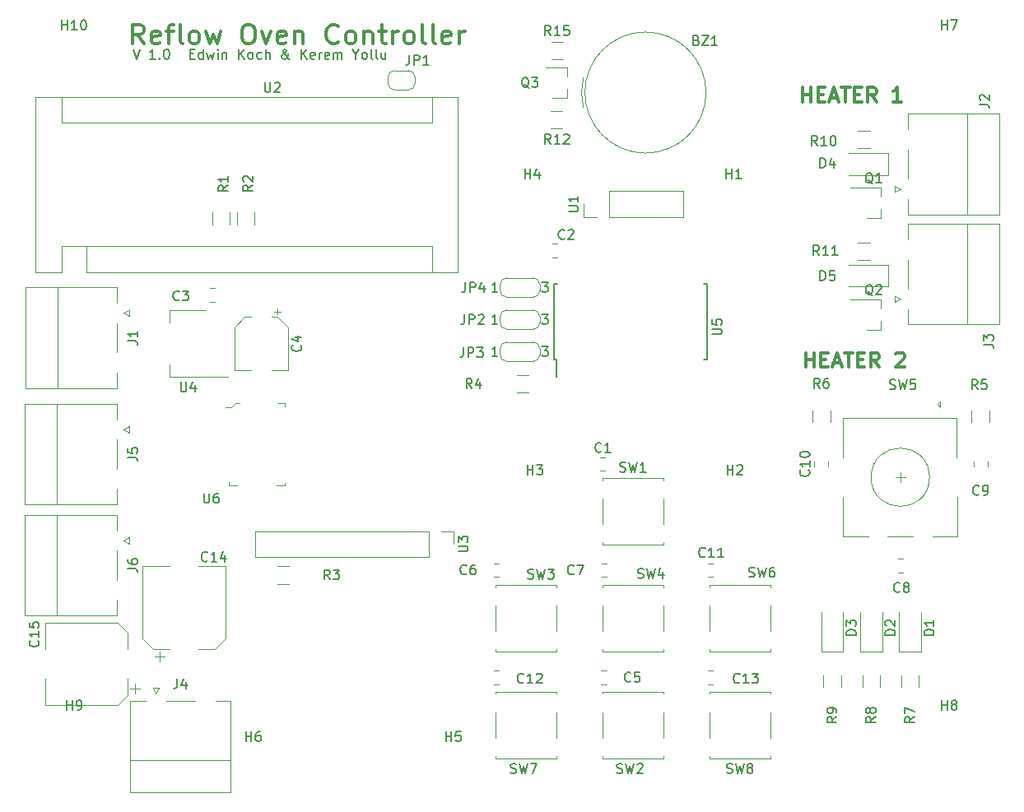
<source format=gbr>
G04 #@! TF.GenerationSoftware,KiCad,Pcbnew,5.0.2+dfsg1-1*
G04 #@! TF.CreationDate,2021-05-24T13:19:01+02:00*
G04 #@! TF.ProjectId,Reflow_Control,5265666c-6f77-45f4-936f-6e74726f6c2e,rev?*
G04 #@! TF.SameCoordinates,Original*
G04 #@! TF.FileFunction,Legend,Top*
G04 #@! TF.FilePolarity,Positive*
%FSLAX46Y46*%
G04 Gerber Fmt 4.6, Leading zero omitted, Abs format (unit mm)*
G04 Created by KiCad (PCBNEW 5.0.2+dfsg1-1) date Mon 24 May 2021 01:19:01 PM CEST*
%MOMM*%
%LPD*%
G01*
G04 APERTURE LIST*
%ADD10C,0.200000*%
%ADD11C,0.300000*%
%ADD12C,0.120000*%
%ADD13C,0.100000*%
%ADD14C,0.150000*%
G04 APERTURE END LIST*
D10*
X116952380Y-53928571D02*
X117285714Y-53928571D01*
X117428571Y-54452380D02*
X116952380Y-54452380D01*
X116952380Y-53452380D01*
X117428571Y-53452380D01*
X118285714Y-54452380D02*
X118285714Y-53452380D01*
X118285714Y-54404761D02*
X118190476Y-54452380D01*
X118000000Y-54452380D01*
X117904761Y-54404761D01*
X117857142Y-54357142D01*
X117809523Y-54261904D01*
X117809523Y-53976190D01*
X117857142Y-53880952D01*
X117904761Y-53833333D01*
X118000000Y-53785714D01*
X118190476Y-53785714D01*
X118285714Y-53833333D01*
X118666666Y-53785714D02*
X118857142Y-54452380D01*
X119047619Y-53976190D01*
X119238095Y-54452380D01*
X119428571Y-53785714D01*
X119809523Y-54452380D02*
X119809523Y-53785714D01*
X119809523Y-53452380D02*
X119761904Y-53500000D01*
X119809523Y-53547619D01*
X119857142Y-53500000D01*
X119809523Y-53452380D01*
X119809523Y-53547619D01*
X120285714Y-53785714D02*
X120285714Y-54452380D01*
X120285714Y-53880952D02*
X120333333Y-53833333D01*
X120428571Y-53785714D01*
X120571428Y-53785714D01*
X120666666Y-53833333D01*
X120714285Y-53928571D01*
X120714285Y-54452380D01*
X121952380Y-54452380D02*
X121952380Y-53452380D01*
X122523809Y-54452380D02*
X122095238Y-53880952D01*
X122523809Y-53452380D02*
X121952380Y-54023809D01*
X123095238Y-54452380D02*
X123000000Y-54404761D01*
X122952380Y-54357142D01*
X122904761Y-54261904D01*
X122904761Y-53976190D01*
X122952380Y-53880952D01*
X123000000Y-53833333D01*
X123095238Y-53785714D01*
X123238095Y-53785714D01*
X123333333Y-53833333D01*
X123380952Y-53880952D01*
X123428571Y-53976190D01*
X123428571Y-54261904D01*
X123380952Y-54357142D01*
X123333333Y-54404761D01*
X123238095Y-54452380D01*
X123095238Y-54452380D01*
X124285714Y-54404761D02*
X124190476Y-54452380D01*
X124000000Y-54452380D01*
X123904761Y-54404761D01*
X123857142Y-54357142D01*
X123809523Y-54261904D01*
X123809523Y-53976190D01*
X123857142Y-53880952D01*
X123904761Y-53833333D01*
X124000000Y-53785714D01*
X124190476Y-53785714D01*
X124285714Y-53833333D01*
X124714285Y-54452380D02*
X124714285Y-53452380D01*
X125142857Y-54452380D02*
X125142857Y-53928571D01*
X125095238Y-53833333D01*
X125000000Y-53785714D01*
X124857142Y-53785714D01*
X124761904Y-53833333D01*
X124714285Y-53880952D01*
X127190476Y-54452380D02*
X127142857Y-54452380D01*
X127047619Y-54404761D01*
X126904761Y-54261904D01*
X126666666Y-53976190D01*
X126571428Y-53833333D01*
X126523809Y-53690476D01*
X126523809Y-53595238D01*
X126571428Y-53500000D01*
X126666666Y-53452380D01*
X126714285Y-53452380D01*
X126809523Y-53500000D01*
X126857142Y-53595238D01*
X126857142Y-53642857D01*
X126809523Y-53738095D01*
X126761904Y-53785714D01*
X126476190Y-53976190D01*
X126428571Y-54023809D01*
X126380952Y-54119047D01*
X126380952Y-54261904D01*
X126428571Y-54357142D01*
X126476190Y-54404761D01*
X126571428Y-54452380D01*
X126714285Y-54452380D01*
X126809523Y-54404761D01*
X126857142Y-54357142D01*
X127000000Y-54166666D01*
X127047619Y-54023809D01*
X127047619Y-53928571D01*
X128380952Y-54452380D02*
X128380952Y-53452380D01*
X128952380Y-54452380D02*
X128523809Y-53880952D01*
X128952380Y-53452380D02*
X128380952Y-54023809D01*
X129761904Y-54404761D02*
X129666666Y-54452380D01*
X129476190Y-54452380D01*
X129380952Y-54404761D01*
X129333333Y-54309523D01*
X129333333Y-53928571D01*
X129380952Y-53833333D01*
X129476190Y-53785714D01*
X129666666Y-53785714D01*
X129761904Y-53833333D01*
X129809523Y-53928571D01*
X129809523Y-54023809D01*
X129333333Y-54119047D01*
X130238095Y-54452380D02*
X130238095Y-53785714D01*
X130238095Y-53976190D02*
X130285714Y-53880952D01*
X130333333Y-53833333D01*
X130428571Y-53785714D01*
X130523809Y-53785714D01*
X131238095Y-54404761D02*
X131142857Y-54452380D01*
X130952380Y-54452380D01*
X130857142Y-54404761D01*
X130809523Y-54309523D01*
X130809523Y-53928571D01*
X130857142Y-53833333D01*
X130952380Y-53785714D01*
X131142857Y-53785714D01*
X131238095Y-53833333D01*
X131285714Y-53928571D01*
X131285714Y-54023809D01*
X130809523Y-54119047D01*
X131714285Y-54452380D02*
X131714285Y-53785714D01*
X131714285Y-53880952D02*
X131761904Y-53833333D01*
X131857142Y-53785714D01*
X132000000Y-53785714D01*
X132095238Y-53833333D01*
X132142857Y-53928571D01*
X132142857Y-54452380D01*
X132142857Y-53928571D02*
X132190476Y-53833333D01*
X132285714Y-53785714D01*
X132428571Y-53785714D01*
X132523809Y-53833333D01*
X132571428Y-53928571D01*
X132571428Y-54452380D01*
X134000000Y-53976190D02*
X134000000Y-54452380D01*
X133666666Y-53452380D02*
X134000000Y-53976190D01*
X134333333Y-53452380D01*
X134809523Y-54452380D02*
X134714285Y-54404761D01*
X134666666Y-54357142D01*
X134619047Y-54261904D01*
X134619047Y-53976190D01*
X134666666Y-53880952D01*
X134714285Y-53833333D01*
X134809523Y-53785714D01*
X134952380Y-53785714D01*
X135047619Y-53833333D01*
X135095238Y-53880952D01*
X135142857Y-53976190D01*
X135142857Y-54261904D01*
X135095238Y-54357142D01*
X135047619Y-54404761D01*
X134952380Y-54452380D01*
X134809523Y-54452380D01*
X135714285Y-54452380D02*
X135619047Y-54404761D01*
X135571428Y-54309523D01*
X135571428Y-53452380D01*
X136238095Y-54452380D02*
X136142857Y-54404761D01*
X136095238Y-54309523D01*
X136095238Y-53452380D01*
X137047619Y-53785714D02*
X137047619Y-54452380D01*
X136619047Y-53785714D02*
X136619047Y-54309523D01*
X136666666Y-54404761D01*
X136761904Y-54452380D01*
X136904761Y-54452380D01*
X137000000Y-54404761D01*
X137047619Y-54357142D01*
X111095238Y-53452380D02*
X111428571Y-54452380D01*
X111761904Y-53452380D01*
X113380952Y-54452380D02*
X112809523Y-54452380D01*
X113095238Y-54452380D02*
X113095238Y-53452380D01*
X113000000Y-53595238D01*
X112904761Y-53690476D01*
X112809523Y-53738095D01*
X113809523Y-54357142D02*
X113857142Y-54404761D01*
X113809523Y-54452380D01*
X113761904Y-54404761D01*
X113809523Y-54357142D01*
X113809523Y-54452380D01*
X114476190Y-53452380D02*
X114571428Y-53452380D01*
X114666666Y-53500000D01*
X114714285Y-53547619D01*
X114761904Y-53642857D01*
X114809523Y-53833333D01*
X114809523Y-54071428D01*
X114761904Y-54261904D01*
X114714285Y-54357142D01*
X114666666Y-54404761D01*
X114571428Y-54452380D01*
X114476190Y-54452380D01*
X114380952Y-54404761D01*
X114333333Y-54357142D01*
X114285714Y-54261904D01*
X114238095Y-54071428D01*
X114238095Y-53833333D01*
X114285714Y-53642857D01*
X114333333Y-53547619D01*
X114380952Y-53500000D01*
X114476190Y-53452380D01*
D11*
X112190476Y-52904761D02*
X111523809Y-51952380D01*
X111047619Y-52904761D02*
X111047619Y-50904761D01*
X111809523Y-50904761D01*
X112000000Y-51000000D01*
X112095238Y-51095238D01*
X112190476Y-51285714D01*
X112190476Y-51571428D01*
X112095238Y-51761904D01*
X112000000Y-51857142D01*
X111809523Y-51952380D01*
X111047619Y-51952380D01*
X113809523Y-52809523D02*
X113619047Y-52904761D01*
X113238095Y-52904761D01*
X113047619Y-52809523D01*
X112952380Y-52619047D01*
X112952380Y-51857142D01*
X113047619Y-51666666D01*
X113238095Y-51571428D01*
X113619047Y-51571428D01*
X113809523Y-51666666D01*
X113904761Y-51857142D01*
X113904761Y-52047619D01*
X112952380Y-52238095D01*
X114476190Y-51571428D02*
X115238095Y-51571428D01*
X114761904Y-52904761D02*
X114761904Y-51190476D01*
X114857142Y-51000000D01*
X115047619Y-50904761D01*
X115238095Y-50904761D01*
X116190476Y-52904761D02*
X116000000Y-52809523D01*
X115904761Y-52619047D01*
X115904761Y-50904761D01*
X117238095Y-52904761D02*
X117047619Y-52809523D01*
X116952380Y-52714285D01*
X116857142Y-52523809D01*
X116857142Y-51952380D01*
X116952380Y-51761904D01*
X117047619Y-51666666D01*
X117238095Y-51571428D01*
X117523809Y-51571428D01*
X117714285Y-51666666D01*
X117809523Y-51761904D01*
X117904761Y-51952380D01*
X117904761Y-52523809D01*
X117809523Y-52714285D01*
X117714285Y-52809523D01*
X117523809Y-52904761D01*
X117238095Y-52904761D01*
X118571428Y-51571428D02*
X118952380Y-52904761D01*
X119333333Y-51952380D01*
X119714285Y-52904761D01*
X120095238Y-51571428D01*
X122761904Y-50904761D02*
X123142857Y-50904761D01*
X123333333Y-51000000D01*
X123523809Y-51190476D01*
X123619047Y-51571428D01*
X123619047Y-52238095D01*
X123523809Y-52619047D01*
X123333333Y-52809523D01*
X123142857Y-52904761D01*
X122761904Y-52904761D01*
X122571428Y-52809523D01*
X122380952Y-52619047D01*
X122285714Y-52238095D01*
X122285714Y-51571428D01*
X122380952Y-51190476D01*
X122571428Y-51000000D01*
X122761904Y-50904761D01*
X124285714Y-51571428D02*
X124761904Y-52904761D01*
X125238095Y-51571428D01*
X126761904Y-52809523D02*
X126571428Y-52904761D01*
X126190476Y-52904761D01*
X126000000Y-52809523D01*
X125904761Y-52619047D01*
X125904761Y-51857142D01*
X126000000Y-51666666D01*
X126190476Y-51571428D01*
X126571428Y-51571428D01*
X126761904Y-51666666D01*
X126857142Y-51857142D01*
X126857142Y-52047619D01*
X125904761Y-52238095D01*
X127714285Y-51571428D02*
X127714285Y-52904761D01*
X127714285Y-51761904D02*
X127809523Y-51666666D01*
X128000000Y-51571428D01*
X128285714Y-51571428D01*
X128476190Y-51666666D01*
X128571428Y-51857142D01*
X128571428Y-52904761D01*
X132190476Y-52714285D02*
X132095238Y-52809523D01*
X131809523Y-52904761D01*
X131619047Y-52904761D01*
X131333333Y-52809523D01*
X131142857Y-52619047D01*
X131047619Y-52428571D01*
X130952380Y-52047619D01*
X130952380Y-51761904D01*
X131047619Y-51380952D01*
X131142857Y-51190476D01*
X131333333Y-51000000D01*
X131619047Y-50904761D01*
X131809523Y-50904761D01*
X132095238Y-51000000D01*
X132190476Y-51095238D01*
X133333333Y-52904761D02*
X133142857Y-52809523D01*
X133047619Y-52714285D01*
X132952380Y-52523809D01*
X132952380Y-51952380D01*
X133047619Y-51761904D01*
X133142857Y-51666666D01*
X133333333Y-51571428D01*
X133619047Y-51571428D01*
X133809523Y-51666666D01*
X133904761Y-51761904D01*
X134000000Y-51952380D01*
X134000000Y-52523809D01*
X133904761Y-52714285D01*
X133809523Y-52809523D01*
X133619047Y-52904761D01*
X133333333Y-52904761D01*
X134857142Y-51571428D02*
X134857142Y-52904761D01*
X134857142Y-51761904D02*
X134952380Y-51666666D01*
X135142857Y-51571428D01*
X135428571Y-51571428D01*
X135619047Y-51666666D01*
X135714285Y-51857142D01*
X135714285Y-52904761D01*
X136380952Y-51571428D02*
X137142857Y-51571428D01*
X136666666Y-50904761D02*
X136666666Y-52619047D01*
X136761904Y-52809523D01*
X136952380Y-52904761D01*
X137142857Y-52904761D01*
X137809523Y-52904761D02*
X137809523Y-51571428D01*
X137809523Y-51952380D02*
X137904761Y-51761904D01*
X138000000Y-51666666D01*
X138190476Y-51571428D01*
X138380952Y-51571428D01*
X139333333Y-52904761D02*
X139142857Y-52809523D01*
X139047619Y-52714285D01*
X138952380Y-52523809D01*
X138952380Y-51952380D01*
X139047619Y-51761904D01*
X139142857Y-51666666D01*
X139333333Y-51571428D01*
X139619047Y-51571428D01*
X139809523Y-51666666D01*
X139904761Y-51761904D01*
X140000000Y-51952380D01*
X140000000Y-52523809D01*
X139904761Y-52714285D01*
X139809523Y-52809523D01*
X139619047Y-52904761D01*
X139333333Y-52904761D01*
X141142857Y-52904761D02*
X140952380Y-52809523D01*
X140857142Y-52619047D01*
X140857142Y-50904761D01*
X142190476Y-52904761D02*
X142000000Y-52809523D01*
X141904761Y-52619047D01*
X141904761Y-50904761D01*
X143714285Y-52809523D02*
X143523809Y-52904761D01*
X143142857Y-52904761D01*
X142952380Y-52809523D01*
X142857142Y-52619047D01*
X142857142Y-51857142D01*
X142952380Y-51666666D01*
X143142857Y-51571428D01*
X143523809Y-51571428D01*
X143714285Y-51666666D01*
X143809523Y-51857142D01*
X143809523Y-52047619D01*
X142857142Y-52238095D01*
X144666666Y-52904761D02*
X144666666Y-51571428D01*
X144666666Y-51952380D02*
X144761904Y-51761904D01*
X144857142Y-51666666D01*
X145047619Y-51571428D01*
X145238095Y-51571428D01*
X180264285Y-86178571D02*
X180264285Y-84678571D01*
X180264285Y-85392857D02*
X181121428Y-85392857D01*
X181121428Y-86178571D02*
X181121428Y-84678571D01*
X181835714Y-85392857D02*
X182335714Y-85392857D01*
X182550000Y-86178571D02*
X181835714Y-86178571D01*
X181835714Y-84678571D01*
X182550000Y-84678571D01*
X183121428Y-85750000D02*
X183835714Y-85750000D01*
X182978571Y-86178571D02*
X183478571Y-84678571D01*
X183978571Y-86178571D01*
X184264285Y-84678571D02*
X185121428Y-84678571D01*
X184692857Y-86178571D02*
X184692857Y-84678571D01*
X185621428Y-85392857D02*
X186121428Y-85392857D01*
X186335714Y-86178571D02*
X185621428Y-86178571D01*
X185621428Y-84678571D01*
X186335714Y-84678571D01*
X187835714Y-86178571D02*
X187335714Y-85464285D01*
X186978571Y-86178571D02*
X186978571Y-84678571D01*
X187550000Y-84678571D01*
X187692857Y-84750000D01*
X187764285Y-84821428D01*
X187835714Y-84964285D01*
X187835714Y-85178571D01*
X187764285Y-85321428D01*
X187692857Y-85392857D01*
X187550000Y-85464285D01*
X186978571Y-85464285D01*
X189550000Y-84821428D02*
X189621428Y-84750000D01*
X189764285Y-84678571D01*
X190121428Y-84678571D01*
X190264285Y-84750000D01*
X190335714Y-84821428D01*
X190407142Y-84964285D01*
X190407142Y-85107142D01*
X190335714Y-85321428D01*
X189478571Y-86178571D01*
X190407142Y-86178571D01*
X179964285Y-58878571D02*
X179964285Y-57378571D01*
X179964285Y-58092857D02*
X180821428Y-58092857D01*
X180821428Y-58878571D02*
X180821428Y-57378571D01*
X181535714Y-58092857D02*
X182035714Y-58092857D01*
X182250000Y-58878571D02*
X181535714Y-58878571D01*
X181535714Y-57378571D01*
X182250000Y-57378571D01*
X182821428Y-58450000D02*
X183535714Y-58450000D01*
X182678571Y-58878571D02*
X183178571Y-57378571D01*
X183678571Y-58878571D01*
X183964285Y-57378571D02*
X184821428Y-57378571D01*
X184392857Y-58878571D02*
X184392857Y-57378571D01*
X185321428Y-58092857D02*
X185821428Y-58092857D01*
X186035714Y-58878571D02*
X185321428Y-58878571D01*
X185321428Y-57378571D01*
X186035714Y-57378571D01*
X187535714Y-58878571D02*
X187035714Y-58164285D01*
X186678571Y-58878571D02*
X186678571Y-57378571D01*
X187250000Y-57378571D01*
X187392857Y-57450000D01*
X187464285Y-57521428D01*
X187535714Y-57664285D01*
X187535714Y-57878571D01*
X187464285Y-58021428D01*
X187392857Y-58092857D01*
X187250000Y-58164285D01*
X186678571Y-58164285D01*
X190107142Y-58878571D02*
X189250000Y-58878571D01*
X189678571Y-58878571D02*
X189678571Y-57378571D01*
X189535714Y-57592857D01*
X189392857Y-57735714D01*
X189250000Y-57807142D01*
D12*
G04 #@! TO.C,R3*
X127130564Y-108479000D02*
X125926436Y-108479000D01*
X127130564Y-106659000D02*
X125926436Y-106659000D01*
D13*
G04 #@! TO.C,U6*
X126725000Y-98057000D02*
X126725000Y-98357000D01*
X126725000Y-98357000D02*
X125875000Y-98357000D01*
X120925000Y-98007000D02*
X120925000Y-98357000D01*
X120925000Y-98357000D02*
X121775000Y-98357000D01*
X126725000Y-90207000D02*
X126725000Y-89857000D01*
X126725000Y-89857000D02*
X126025000Y-89857000D01*
X120575000Y-90307000D02*
X121125000Y-90307000D01*
X121125000Y-90307000D02*
X121175000Y-90307000D01*
X121175000Y-90307000D02*
X121625000Y-89857000D01*
X121625000Y-89857000D02*
X122025000Y-89857000D01*
D12*
G04 #@! TO.C,JP1*
X139399000Y-55642000D02*
G75*
G02X140099000Y-56342000I0J-700000D01*
G01*
X140099000Y-56942000D02*
G75*
G02X139399000Y-57642000I-700000J0D01*
G01*
X137999000Y-57642000D02*
G75*
G02X137299000Y-56942000I0J700000D01*
G01*
X137299000Y-56342000D02*
G75*
G02X137999000Y-55642000I700000J0D01*
G01*
X137299000Y-56942000D02*
X137299000Y-56342000D01*
X139399000Y-57642000D02*
X137999000Y-57642000D01*
X140099000Y-56342000D02*
X140099000Y-56942000D01*
X137999000Y-55642000D02*
X139399000Y-55642000D01*
G04 #@! TO.C,SW1*
X159350000Y-97800000D02*
X159350000Y-97550000D01*
X159350000Y-97550000D02*
X165650000Y-97550000D01*
X165650000Y-97550000D02*
X165650000Y-97800000D01*
X159350000Y-102300000D02*
X159350000Y-99700000D01*
X165650000Y-104200000D02*
X165650000Y-104450000D01*
X165650000Y-104450000D02*
X159350000Y-104450000D01*
X159350000Y-104450000D02*
X159350000Y-104200000D01*
X165650000Y-99700000D02*
X165650000Y-102300000D01*
G04 #@! TO.C,JP2*
X148826000Y-81580000D02*
X148826000Y-80980000D01*
X152276000Y-82280000D02*
X149476000Y-82280000D01*
X152926000Y-80980000D02*
X152926000Y-81580000D01*
X149476000Y-80280000D02*
X152276000Y-80280000D01*
X152226000Y-80280000D02*
G75*
G02X152926000Y-80980000I0J-700000D01*
G01*
X152926000Y-81580000D02*
G75*
G02X152226000Y-82280000I-700000J0D01*
G01*
X149526000Y-82280000D02*
G75*
G02X148826000Y-81580000I0J700000D01*
G01*
X148826000Y-80980000D02*
G75*
G02X149526000Y-80280000I700000J0D01*
G01*
G04 #@! TO.C,J1*
X110700000Y-80300000D02*
X110700000Y-80900000D01*
X110100000Y-80600000D02*
X110700000Y-80300000D01*
X110700000Y-80900000D02*
X110100000Y-80600000D01*
X103300000Y-77950000D02*
X103300000Y-88330000D01*
X109410000Y-81650000D02*
X109410000Y-84630000D01*
X109410000Y-88330000D02*
X109410000Y-86730000D01*
X109410000Y-77950000D02*
X109410000Y-79550000D01*
X99990000Y-88330000D02*
X109410000Y-88330000D01*
X99990000Y-77950000D02*
X99990000Y-88330000D01*
X109410000Y-77950000D02*
X99990000Y-77950000D01*
G04 #@! TO.C,BZ1*
X170020000Y-57912000D02*
G75*
G03X170020000Y-57912000I-6230000J0D01*
G01*
X157390000Y-59411999D02*
G75*
G02X157390000Y-56412000I6400000J1499999D01*
G01*
G04 #@! TO.C,C1*
X159132748Y-96849000D02*
X159655252Y-96849000D01*
X159132748Y-95429000D02*
X159655252Y-95429000D01*
G04 #@! TO.C,C2*
X154170748Y-73458000D02*
X154693252Y-73458000D01*
X154170748Y-74878000D02*
X154693252Y-74878000D01*
G04 #@! TO.C,C3*
X119511252Y-78030000D02*
X118988748Y-78030000D01*
X119511252Y-79450000D02*
X118988748Y-79450000D01*
G04 #@! TO.C,C5*
X159241748Y-118820000D02*
X159764252Y-118820000D01*
X159241748Y-117400000D02*
X159764252Y-117400000D01*
G04 #@! TO.C,C6*
X148201748Y-107771000D02*
X148724252Y-107771000D01*
X148201748Y-106351000D02*
X148724252Y-106351000D01*
G04 #@! TO.C,C7*
X159250748Y-106351000D02*
X159773252Y-106351000D01*
X159250748Y-107771000D02*
X159773252Y-107771000D01*
G04 #@! TO.C,C8*
X189738748Y-105915000D02*
X190261252Y-105915000D01*
X189738748Y-107335000D02*
X190261252Y-107335000D01*
G04 #@! TO.C,C9*
X197540000Y-96386252D02*
X197540000Y-95863748D01*
X198960000Y-96386252D02*
X198960000Y-95863748D01*
G04 #@! TO.C,C10*
X182585000Y-96386252D02*
X182585000Y-95863748D01*
X181165000Y-96386252D02*
X181165000Y-95863748D01*
G04 #@! TO.C,C11*
X170172748Y-106351000D02*
X170695252Y-106351000D01*
X170172748Y-107771000D02*
X170695252Y-107771000D01*
G04 #@! TO.C,C12*
X148210748Y-117400000D02*
X148733252Y-117400000D01*
X148210748Y-118820000D02*
X148733252Y-118820000D01*
G04 #@! TO.C,C13*
X170238748Y-118820000D02*
X170761252Y-118820000D01*
X170238748Y-117400000D02*
X170761252Y-117400000D01*
G04 #@! TO.C,D1*
X192135000Y-115460000D02*
X192135000Y-111400000D01*
X189865000Y-115460000D02*
X192135000Y-115460000D01*
X189865000Y-111400000D02*
X189865000Y-115460000D01*
G04 #@! TO.C,D2*
X185865000Y-111400000D02*
X185865000Y-115460000D01*
X185865000Y-115460000D02*
X188135000Y-115460000D01*
X188135000Y-115460000D02*
X188135000Y-111400000D01*
G04 #@! TO.C,D3*
X184135000Y-115460000D02*
X184135000Y-111400000D01*
X181865000Y-115460000D02*
X184135000Y-115460000D01*
X181865000Y-111400000D02*
X181865000Y-115460000D01*
G04 #@! TO.C,D4*
X184662500Y-66385000D02*
X188722500Y-66385000D01*
X188722500Y-66385000D02*
X188722500Y-64115000D01*
X188722500Y-64115000D02*
X184662500Y-64115000D01*
G04 #@! TO.C,D5*
X184662500Y-77885000D02*
X188722500Y-77885000D01*
X188722500Y-77885000D02*
X188722500Y-75615000D01*
X188722500Y-75615000D02*
X184662500Y-75615000D01*
G04 #@! TO.C,J2*
X190752500Y-70480000D02*
X200172500Y-70480000D01*
X200172500Y-70480000D02*
X200172500Y-60100000D01*
X200172500Y-60100000D02*
X190752500Y-60100000D01*
X190752500Y-70480000D02*
X190752500Y-68880000D01*
X190752500Y-60100000D02*
X190752500Y-61700000D01*
X190752500Y-66780000D02*
X190752500Y-63800000D01*
X196862500Y-70480000D02*
X196862500Y-60100000D01*
X189462500Y-67530000D02*
X190062500Y-67830000D01*
X190062500Y-67830000D02*
X189462500Y-68130000D01*
X189462500Y-68130000D02*
X189462500Y-67530000D01*
G04 #@! TO.C,Q3*
X155700000Y-58476000D02*
X155700000Y-57546000D01*
X155700000Y-55316000D02*
X155700000Y-56246000D01*
X155700000Y-55316000D02*
X153540000Y-55316000D01*
X155700000Y-58476000D02*
X154240000Y-58476000D01*
G04 #@! TO.C,R1*
X119232000Y-70263936D02*
X119232000Y-71468064D01*
X121052000Y-70263936D02*
X121052000Y-71468064D01*
G04 #@! TO.C,R2*
X123592000Y-70263936D02*
X123592000Y-71468064D01*
X121772000Y-70263936D02*
X121772000Y-71468064D01*
G04 #@! TO.C,R4*
X150527936Y-88794000D02*
X151732064Y-88794000D01*
X150527936Y-86974000D02*
X151732064Y-86974000D01*
G04 #@! TO.C,R5*
X197340000Y-90647936D02*
X197340000Y-91852064D01*
X199160000Y-90647936D02*
X199160000Y-91852064D01*
G04 #@! TO.C,R6*
X180965000Y-90647936D02*
X180965000Y-91852064D01*
X182785000Y-90647936D02*
X182785000Y-91852064D01*
G04 #@! TO.C,R7*
X191910000Y-117910436D02*
X191910000Y-119114564D01*
X190090000Y-117910436D02*
X190090000Y-119114564D01*
G04 #@! TO.C,R8*
X186090000Y-117910436D02*
X186090000Y-119114564D01*
X187910000Y-117910436D02*
X187910000Y-119114564D01*
G04 #@! TO.C,R9*
X183910000Y-117910436D02*
X183910000Y-119114564D01*
X182090000Y-117910436D02*
X182090000Y-119114564D01*
G04 #@! TO.C,R10*
X186864564Y-63660000D02*
X185660436Y-63660000D01*
X186864564Y-61840000D02*
X185660436Y-61840000D01*
G04 #@! TO.C,R11*
X186864564Y-75160000D02*
X185660436Y-75160000D01*
X186864564Y-73340000D02*
X185660436Y-73340000D01*
G04 #@! TO.C,R12*
X155251564Y-61616000D02*
X154047436Y-61616000D01*
X155251564Y-59796000D02*
X154047436Y-59796000D01*
G04 #@! TO.C,R15*
X155324564Y-54504000D02*
X154120436Y-54504000D01*
X155324564Y-52684000D02*
X154120436Y-52684000D01*
G04 #@! TO.C,SW2*
X159350000Y-119800000D02*
X159350000Y-119550000D01*
X159350000Y-119550000D02*
X165650000Y-119550000D01*
X165650000Y-119550000D02*
X165650000Y-119800000D01*
X159350000Y-124300000D02*
X159350000Y-121700000D01*
X165650000Y-126200000D02*
X165650000Y-126450000D01*
X165650000Y-126450000D02*
X159350000Y-126450000D01*
X159350000Y-126450000D02*
X159350000Y-126200000D01*
X165650000Y-121700000D02*
X165650000Y-124300000D01*
G04 #@! TO.C,SW3*
X148350000Y-108800000D02*
X148350000Y-108550000D01*
X148350000Y-108550000D02*
X154650000Y-108550000D01*
X154650000Y-108550000D02*
X154650000Y-108800000D01*
X148350000Y-113300000D02*
X148350000Y-110700000D01*
X154650000Y-115200000D02*
X154650000Y-115450000D01*
X154650000Y-115450000D02*
X148350000Y-115450000D01*
X148350000Y-115450000D02*
X148350000Y-115200000D01*
X154650000Y-110700000D02*
X154650000Y-113300000D01*
G04 #@! TO.C,SW4*
X159350000Y-108800000D02*
X159350000Y-108550000D01*
X159350000Y-108550000D02*
X165650000Y-108550000D01*
X165650000Y-108550000D02*
X165650000Y-108800000D01*
X159350000Y-113300000D02*
X159350000Y-110700000D01*
X165650000Y-115200000D02*
X165650000Y-115450000D01*
X165650000Y-115450000D02*
X159350000Y-115450000D01*
X159350000Y-115450000D02*
X159350000Y-115200000D01*
X165650000Y-110700000D02*
X165650000Y-113300000D01*
G04 #@! TO.C,SW6*
X176650000Y-110700000D02*
X176650000Y-113300000D01*
X170350000Y-115450000D02*
X170350000Y-115200000D01*
X176650000Y-115450000D02*
X170350000Y-115450000D01*
X176650000Y-115200000D02*
X176650000Y-115450000D01*
X170350000Y-113300000D02*
X170350000Y-110700000D01*
X176650000Y-108550000D02*
X176650000Y-108800000D01*
X170350000Y-108550000D02*
X176650000Y-108550000D01*
X170350000Y-108800000D02*
X170350000Y-108550000D01*
G04 #@! TO.C,SW7*
X154650000Y-121700000D02*
X154650000Y-124300000D01*
X148350000Y-126450000D02*
X148350000Y-126200000D01*
X154650000Y-126450000D02*
X148350000Y-126450000D01*
X154650000Y-126200000D02*
X154650000Y-126450000D01*
X148350000Y-124300000D02*
X148350000Y-121700000D01*
X154650000Y-119550000D02*
X154650000Y-119800000D01*
X148350000Y-119550000D02*
X154650000Y-119550000D01*
X148350000Y-119800000D02*
X148350000Y-119550000D01*
G04 #@! TO.C,SW8*
X176650000Y-121700000D02*
X176650000Y-124300000D01*
X170350000Y-126450000D02*
X170350000Y-126200000D01*
X176650000Y-126450000D02*
X170350000Y-126450000D01*
X176650000Y-126200000D02*
X176650000Y-126450000D01*
X170350000Y-124300000D02*
X170350000Y-121700000D01*
X176650000Y-119550000D02*
X176650000Y-119800000D01*
X170350000Y-119550000D02*
X176650000Y-119550000D01*
X170350000Y-119800000D02*
X170350000Y-119550000D01*
G04 #@! TO.C,U1*
X167700000Y-70730000D02*
X167700000Y-68070000D01*
X160020000Y-70730000D02*
X167700000Y-70730000D01*
X160020000Y-68070000D02*
X167700000Y-68070000D01*
X160020000Y-70730000D02*
X160020000Y-68070000D01*
X158750000Y-70730000D02*
X157420000Y-70730000D01*
X157420000Y-70730000D02*
X157420000Y-69400000D01*
G04 #@! TO.C,U2*
X106270000Y-73730000D02*
X103730000Y-73730000D01*
X103730000Y-73730000D02*
X103730000Y-76400000D01*
X106270000Y-76400000D02*
X144500000Y-76400000D01*
X101060000Y-76400000D02*
X103730000Y-76400000D01*
X103730000Y-61030000D02*
X103730000Y-58360000D01*
X103730000Y-61030000D02*
X141830000Y-61030000D01*
X141830000Y-61030000D02*
X141830000Y-58360000D01*
X106270000Y-73730000D02*
X106270000Y-76400000D01*
X106270000Y-73730000D02*
X141830000Y-73730000D01*
X141830000Y-73730000D02*
X141830000Y-76400000D01*
X144500000Y-76400000D02*
X144500000Y-58360000D01*
X144500000Y-58360000D02*
X101060000Y-58360000D01*
X101060000Y-58360000D02*
X101060000Y-76400000D01*
G04 #@! TO.C,U3*
X123638000Y-103064000D02*
X123638000Y-105724000D01*
X141478000Y-103064000D02*
X123638000Y-103064000D01*
X141478000Y-105724000D02*
X123638000Y-105724000D01*
X141478000Y-103064000D02*
X141478000Y-105724000D01*
X142748000Y-103064000D02*
X144078000Y-103064000D01*
X144078000Y-103064000D02*
X144078000Y-104394000D01*
G04 #@! TO.C,U4*
X114840000Y-80340000D02*
X114840000Y-81600000D01*
X114840000Y-87160000D02*
X114840000Y-85900000D01*
X118600000Y-80340000D02*
X114840000Y-80340000D01*
X120850000Y-87160000D02*
X114840000Y-87160000D01*
D14*
G04 #@! TO.C,U5*
X154375000Y-85375000D02*
X154650000Y-85375000D01*
X154375000Y-77625000D02*
X154740000Y-77625000D01*
X170125000Y-77625000D02*
X169760000Y-77625000D01*
X170125000Y-85375000D02*
X169760000Y-85375000D01*
X154375000Y-85375000D02*
X154375000Y-77625000D01*
X170125000Y-85375000D02*
X170125000Y-77625000D01*
X154650000Y-85375000D02*
X154650000Y-87200000D01*
D12*
G04 #@! TO.C,J3*
X190752500Y-81780000D02*
X200172500Y-81780000D01*
X200172500Y-81780000D02*
X200172500Y-71400000D01*
X200172500Y-71400000D02*
X190752500Y-71400000D01*
X190752500Y-81780000D02*
X190752500Y-80180000D01*
X190752500Y-71400000D02*
X190752500Y-73000000D01*
X190752500Y-78080000D02*
X190752500Y-75100000D01*
X196862500Y-81780000D02*
X196862500Y-71400000D01*
X189462500Y-78830000D02*
X190062500Y-79130000D01*
X190062500Y-79130000D02*
X189462500Y-79430000D01*
X189462500Y-79430000D02*
X189462500Y-78830000D01*
G04 #@! TO.C,JP3*
X148826000Y-84882000D02*
X148826000Y-84282000D01*
X152276000Y-85582000D02*
X149476000Y-85582000D01*
X152926000Y-84282000D02*
X152926000Y-84882000D01*
X149476000Y-83582000D02*
X152276000Y-83582000D01*
X152226000Y-83582000D02*
G75*
G02X152926000Y-84282000I0J-700000D01*
G01*
X152926000Y-84882000D02*
G75*
G02X152226000Y-85582000I-700000J0D01*
G01*
X149526000Y-85582000D02*
G75*
G02X148826000Y-84882000I0J700000D01*
G01*
X148826000Y-84282000D02*
G75*
G02X149526000Y-83582000I700000J0D01*
G01*
G04 #@! TO.C,JP4*
X148826000Y-77678000D02*
G75*
G02X149526000Y-76978000I700000J0D01*
G01*
X149526000Y-78978000D02*
G75*
G02X148826000Y-78278000I0J700000D01*
G01*
X152926000Y-78278000D02*
G75*
G02X152226000Y-78978000I-700000J0D01*
G01*
X152226000Y-76978000D02*
G75*
G02X152926000Y-77678000I0J-700000D01*
G01*
X149476000Y-76978000D02*
X152276000Y-76978000D01*
X152926000Y-77678000D02*
X152926000Y-78278000D01*
X152276000Y-78978000D02*
X149476000Y-78978000D01*
X148826000Y-78278000D02*
X148826000Y-77678000D01*
G04 #@! TO.C,SW5*
X190000000Y-97000000D02*
X190000000Y-98000000D01*
X190500000Y-97500000D02*
X189500000Y-97500000D01*
X186700000Y-103600000D02*
X184100000Y-103600000D01*
X191300000Y-103600000D02*
X188700000Y-103600000D01*
X195900000Y-103600000D02*
X193300000Y-103600000D01*
X194100000Y-90300000D02*
X193800000Y-90000000D01*
X194100000Y-89700000D02*
X194100000Y-90300000D01*
X193800000Y-90000000D02*
X194100000Y-89700000D01*
X195800000Y-91400000D02*
X184100000Y-91400000D01*
X195800000Y-95500000D02*
X195800000Y-91400000D01*
X184100000Y-95500000D02*
X184100000Y-91400000D01*
X184100000Y-103600000D02*
X184100000Y-99500000D01*
X195900000Y-99500000D02*
X195900000Y-103600000D01*
X193000000Y-97500000D02*
G75*
G03X193000000Y-97500000I-3000000J0D01*
G01*
G04 #@! TO.C,C4*
X121490000Y-86510000D02*
X123190000Y-86510000D01*
X127010000Y-86510000D02*
X125310000Y-86510000D01*
X127010000Y-82054437D02*
X127010000Y-86510000D01*
X121490000Y-82054437D02*
X121490000Y-86510000D01*
X122554437Y-80990000D02*
X123190000Y-80990000D01*
X125945563Y-80990000D02*
X125310000Y-80990000D01*
X125945563Y-80990000D02*
X127010000Y-82054437D01*
X122554437Y-80990000D02*
X121490000Y-82054437D01*
X125935000Y-80125000D02*
X125935000Y-80750000D01*
X126247500Y-80437500D02*
X125622500Y-80437500D01*
G04 #@! TO.C,C14*
X113322000Y-115934500D02*
X114322000Y-115934500D01*
X113822000Y-116434500D02*
X113822000Y-115434500D01*
X119527563Y-115194500D02*
X120592000Y-114130063D01*
X113136437Y-115194500D02*
X112072000Y-114130063D01*
X113136437Y-115194500D02*
X114822000Y-115194500D01*
X119527563Y-115194500D02*
X117842000Y-115194500D01*
X120592000Y-114130063D02*
X120592000Y-106674500D01*
X112072000Y-114130063D02*
X112072000Y-106674500D01*
X112072000Y-106674500D02*
X114822000Y-106674500D01*
X120592000Y-106674500D02*
X117842000Y-106674500D01*
G04 #@! TO.C,C15*
X102039000Y-112453000D02*
X102039000Y-115203000D01*
X102039000Y-120973000D02*
X102039000Y-118223000D01*
X109494563Y-120973000D02*
X102039000Y-120973000D01*
X109494563Y-112453000D02*
X102039000Y-112453000D01*
X110559000Y-113517437D02*
X110559000Y-115203000D01*
X110559000Y-119908563D02*
X110559000Y-118223000D01*
X110559000Y-119908563D02*
X109494563Y-120973000D01*
X110559000Y-113517437D02*
X109494563Y-112453000D01*
X111799000Y-119223000D02*
X110799000Y-119223000D01*
X111299000Y-119723000D02*
X111299000Y-118723000D01*
G04 #@! TO.C,J4*
X110761000Y-120483000D02*
X110761000Y-129903000D01*
X110761000Y-129903000D02*
X121141000Y-129903000D01*
X121141000Y-129903000D02*
X121141000Y-120483000D01*
X110761000Y-120483000D02*
X112361000Y-120483000D01*
X121141000Y-120483000D02*
X119541000Y-120483000D01*
X114461000Y-120483000D02*
X117441000Y-120483000D01*
X110761000Y-126593000D02*
X121141000Y-126593000D01*
X113711000Y-119193000D02*
X113411000Y-119793000D01*
X113411000Y-119793000D02*
X113111000Y-119193000D01*
X113111000Y-119193000D02*
X113711000Y-119193000D01*
G04 #@! TO.C,J5*
X109387000Y-89933000D02*
X99967000Y-89933000D01*
X99967000Y-89933000D02*
X99967000Y-100313000D01*
X99967000Y-100313000D02*
X109387000Y-100313000D01*
X109387000Y-89933000D02*
X109387000Y-91533000D01*
X109387000Y-100313000D02*
X109387000Y-98713000D01*
X109387000Y-93633000D02*
X109387000Y-96613000D01*
X103277000Y-89933000D02*
X103277000Y-100313000D01*
X110677000Y-92883000D02*
X110077000Y-92583000D01*
X110077000Y-92583000D02*
X110677000Y-92283000D01*
X110677000Y-92283000D02*
X110677000Y-92883000D01*
G04 #@! TO.C,J6*
X110677000Y-103713000D02*
X110677000Y-104313000D01*
X110077000Y-104013000D02*
X110677000Y-103713000D01*
X110677000Y-104313000D02*
X110077000Y-104013000D01*
X103277000Y-101363000D02*
X103277000Y-111743000D01*
X109387000Y-105063000D02*
X109387000Y-108043000D01*
X109387000Y-111743000D02*
X109387000Y-110143000D01*
X109387000Y-101363000D02*
X109387000Y-102963000D01*
X99967000Y-111743000D02*
X109387000Y-111743000D01*
X99967000Y-101363000D02*
X99967000Y-111743000D01*
X109387000Y-101363000D02*
X99967000Y-101363000D01*
G04 #@! TO.C,Q1*
X188022500Y-70830000D02*
X188022500Y-69900000D01*
X188022500Y-67670000D02*
X188022500Y-68600000D01*
X188022500Y-67670000D02*
X184862500Y-67670000D01*
X188022500Y-70830000D02*
X186562500Y-70830000D01*
G04 #@! TO.C,Q2*
X188022500Y-82330000D02*
X186562500Y-82330000D01*
X188022500Y-79170000D02*
X184862500Y-79170000D01*
X188022500Y-79170000D02*
X188022500Y-80100000D01*
X188022500Y-82330000D02*
X188022500Y-81400000D01*
G04 #@! TD*
G04 #@! TO.C,R3*
D14*
X131314833Y-108021380D02*
X130981500Y-107545190D01*
X130743404Y-108021380D02*
X130743404Y-107021380D01*
X131124357Y-107021380D01*
X131219595Y-107069000D01*
X131267214Y-107116619D01*
X131314833Y-107211857D01*
X131314833Y-107354714D01*
X131267214Y-107449952D01*
X131219595Y-107497571D01*
X131124357Y-107545190D01*
X130743404Y-107545190D01*
X131648166Y-107021380D02*
X132267214Y-107021380D01*
X131933880Y-107402333D01*
X132076738Y-107402333D01*
X132171976Y-107449952D01*
X132219595Y-107497571D01*
X132267214Y-107592809D01*
X132267214Y-107830904D01*
X132219595Y-107926142D01*
X132171976Y-107973761D01*
X132076738Y-108021380D01*
X131791023Y-108021380D01*
X131695785Y-107973761D01*
X131648166Y-107926142D01*
G04 #@! TO.C,U6*
X118364095Y-99147380D02*
X118364095Y-99956904D01*
X118411714Y-100052142D01*
X118459333Y-100099761D01*
X118554571Y-100147380D01*
X118745047Y-100147380D01*
X118840285Y-100099761D01*
X118887904Y-100052142D01*
X118935523Y-99956904D01*
X118935523Y-99147380D01*
X119840285Y-99147380D02*
X119649809Y-99147380D01*
X119554571Y-99195000D01*
X119506952Y-99242619D01*
X119411714Y-99385476D01*
X119364095Y-99575952D01*
X119364095Y-99956904D01*
X119411714Y-100052142D01*
X119459333Y-100099761D01*
X119554571Y-100147380D01*
X119745047Y-100147380D01*
X119840285Y-100099761D01*
X119887904Y-100052142D01*
X119935523Y-99956904D01*
X119935523Y-99718809D01*
X119887904Y-99623571D01*
X119840285Y-99575952D01*
X119745047Y-99528333D01*
X119554571Y-99528333D01*
X119459333Y-99575952D01*
X119411714Y-99623571D01*
X119364095Y-99718809D01*
G04 #@! TO.C,JP1*
X139501666Y-54062380D02*
X139501666Y-54776666D01*
X139454047Y-54919523D01*
X139358809Y-55014761D01*
X139215952Y-55062380D01*
X139120714Y-55062380D01*
X139977857Y-55062380D02*
X139977857Y-54062380D01*
X140358809Y-54062380D01*
X140454047Y-54110000D01*
X140501666Y-54157619D01*
X140549285Y-54252857D01*
X140549285Y-54395714D01*
X140501666Y-54490952D01*
X140454047Y-54538571D01*
X140358809Y-54586190D01*
X139977857Y-54586190D01*
X141501666Y-55062380D02*
X140930238Y-55062380D01*
X141215952Y-55062380D02*
X141215952Y-54062380D01*
X141120714Y-54205238D01*
X141025476Y-54300476D01*
X140930238Y-54348095D01*
G04 #@! TO.C,SW1*
X161166666Y-96904761D02*
X161309523Y-96952380D01*
X161547619Y-96952380D01*
X161642857Y-96904761D01*
X161690476Y-96857142D01*
X161738095Y-96761904D01*
X161738095Y-96666666D01*
X161690476Y-96571428D01*
X161642857Y-96523809D01*
X161547619Y-96476190D01*
X161357142Y-96428571D01*
X161261904Y-96380952D01*
X161214285Y-96333333D01*
X161166666Y-96238095D01*
X161166666Y-96142857D01*
X161214285Y-96047619D01*
X161261904Y-96000000D01*
X161357142Y-95952380D01*
X161595238Y-95952380D01*
X161738095Y-96000000D01*
X162071428Y-95952380D02*
X162309523Y-96952380D01*
X162500000Y-96238095D01*
X162690476Y-96952380D01*
X162928571Y-95952380D01*
X163833333Y-96952380D02*
X163261904Y-96952380D01*
X163547619Y-96952380D02*
X163547619Y-95952380D01*
X163452380Y-96095238D01*
X163357142Y-96190476D01*
X163261904Y-96238095D01*
G04 #@! TO.C,JP2*
X145166666Y-80752380D02*
X145166666Y-81466666D01*
X145119047Y-81609523D01*
X145023809Y-81704761D01*
X144880952Y-81752380D01*
X144785714Y-81752380D01*
X145642857Y-81752380D02*
X145642857Y-80752380D01*
X146023809Y-80752380D01*
X146119047Y-80800000D01*
X146166666Y-80847619D01*
X146214285Y-80942857D01*
X146214285Y-81085714D01*
X146166666Y-81180952D01*
X146119047Y-81228571D01*
X146023809Y-81276190D01*
X145642857Y-81276190D01*
X146595238Y-80847619D02*
X146642857Y-80800000D01*
X146738095Y-80752380D01*
X146976190Y-80752380D01*
X147071428Y-80800000D01*
X147119047Y-80847619D01*
X147166666Y-80942857D01*
X147166666Y-81038095D01*
X147119047Y-81180952D01*
X146547619Y-81752380D01*
X147166666Y-81752380D01*
X153142666Y-80732380D02*
X153761714Y-80732380D01*
X153428380Y-81113333D01*
X153571238Y-81113333D01*
X153666476Y-81160952D01*
X153714095Y-81208571D01*
X153761714Y-81303809D01*
X153761714Y-81541904D01*
X153714095Y-81637142D01*
X153666476Y-81684761D01*
X153571238Y-81732380D01*
X153285523Y-81732380D01*
X153190285Y-81684761D01*
X153142666Y-81637142D01*
X148561714Y-81732380D02*
X147990285Y-81732380D01*
X148276000Y-81732380D02*
X148276000Y-80732380D01*
X148180761Y-80875238D01*
X148085523Y-80970476D01*
X147990285Y-81018095D01*
G04 #@! TO.C,J1*
X110552380Y-83473333D02*
X111266666Y-83473333D01*
X111409523Y-83520952D01*
X111504761Y-83616190D01*
X111552380Y-83759047D01*
X111552380Y-83854285D01*
X111552380Y-82473333D02*
X111552380Y-83044761D01*
X111552380Y-82759047D02*
X110552380Y-82759047D01*
X110695238Y-82854285D01*
X110790476Y-82949523D01*
X110838095Y-83044761D01*
G04 #@! TO.C,BZ1*
X169019047Y-52528571D02*
X169161904Y-52576190D01*
X169209523Y-52623809D01*
X169257142Y-52719047D01*
X169257142Y-52861904D01*
X169209523Y-52957142D01*
X169161904Y-53004761D01*
X169066666Y-53052380D01*
X168685714Y-53052380D01*
X168685714Y-52052380D01*
X169019047Y-52052380D01*
X169114285Y-52100000D01*
X169161904Y-52147619D01*
X169209523Y-52242857D01*
X169209523Y-52338095D01*
X169161904Y-52433333D01*
X169114285Y-52480952D01*
X169019047Y-52528571D01*
X168685714Y-52528571D01*
X169590476Y-52052380D02*
X170257142Y-52052380D01*
X169590476Y-53052380D01*
X170257142Y-53052380D01*
X171161904Y-53052380D02*
X170590476Y-53052380D01*
X170876190Y-53052380D02*
X170876190Y-52052380D01*
X170780952Y-52195238D01*
X170685714Y-52290476D01*
X170590476Y-52338095D01*
G04 #@! TO.C,C1*
X159227333Y-94846142D02*
X159179714Y-94893761D01*
X159036857Y-94941380D01*
X158941619Y-94941380D01*
X158798761Y-94893761D01*
X158703523Y-94798523D01*
X158655904Y-94703285D01*
X158608285Y-94512809D01*
X158608285Y-94369952D01*
X158655904Y-94179476D01*
X158703523Y-94084238D01*
X158798761Y-93989000D01*
X158941619Y-93941380D01*
X159036857Y-93941380D01*
X159179714Y-93989000D01*
X159227333Y-94036619D01*
X160179714Y-94941380D02*
X159608285Y-94941380D01*
X159894000Y-94941380D02*
X159894000Y-93941380D01*
X159798761Y-94084238D01*
X159703523Y-94179476D01*
X159608285Y-94227095D01*
G04 #@! TO.C,C2*
X155459333Y-72915142D02*
X155411714Y-72962761D01*
X155268857Y-73010380D01*
X155173619Y-73010380D01*
X155030761Y-72962761D01*
X154935523Y-72867523D01*
X154887904Y-72772285D01*
X154840285Y-72581809D01*
X154840285Y-72438952D01*
X154887904Y-72248476D01*
X154935523Y-72153238D01*
X155030761Y-72058000D01*
X155173619Y-72010380D01*
X155268857Y-72010380D01*
X155411714Y-72058000D01*
X155459333Y-72105619D01*
X155840285Y-72105619D02*
X155887904Y-72058000D01*
X155983142Y-72010380D01*
X156221238Y-72010380D01*
X156316476Y-72058000D01*
X156364095Y-72105619D01*
X156411714Y-72200857D01*
X156411714Y-72296095D01*
X156364095Y-72438952D01*
X155792666Y-73010380D01*
X156411714Y-73010380D01*
G04 #@! TO.C,C3*
X115833333Y-79222142D02*
X115785714Y-79269761D01*
X115642857Y-79317380D01*
X115547619Y-79317380D01*
X115404761Y-79269761D01*
X115309523Y-79174523D01*
X115261904Y-79079285D01*
X115214285Y-78888809D01*
X115214285Y-78745952D01*
X115261904Y-78555476D01*
X115309523Y-78460238D01*
X115404761Y-78365000D01*
X115547619Y-78317380D01*
X115642857Y-78317380D01*
X115785714Y-78365000D01*
X115833333Y-78412619D01*
X116166666Y-78317380D02*
X116785714Y-78317380D01*
X116452380Y-78698333D01*
X116595238Y-78698333D01*
X116690476Y-78745952D01*
X116738095Y-78793571D01*
X116785714Y-78888809D01*
X116785714Y-79126904D01*
X116738095Y-79222142D01*
X116690476Y-79269761D01*
X116595238Y-79317380D01*
X116309523Y-79317380D01*
X116214285Y-79269761D01*
X116166666Y-79222142D01*
G04 #@! TO.C,C5*
X162266333Y-118467142D02*
X162218714Y-118514761D01*
X162075857Y-118562380D01*
X161980619Y-118562380D01*
X161837761Y-118514761D01*
X161742523Y-118419523D01*
X161694904Y-118324285D01*
X161647285Y-118133809D01*
X161647285Y-117990952D01*
X161694904Y-117800476D01*
X161742523Y-117705238D01*
X161837761Y-117610000D01*
X161980619Y-117562380D01*
X162075857Y-117562380D01*
X162218714Y-117610000D01*
X162266333Y-117657619D01*
X163171095Y-117562380D02*
X162694904Y-117562380D01*
X162647285Y-118038571D01*
X162694904Y-117990952D01*
X162790142Y-117943333D01*
X163028238Y-117943333D01*
X163123476Y-117990952D01*
X163171095Y-118038571D01*
X163218714Y-118133809D01*
X163218714Y-118371904D01*
X163171095Y-118467142D01*
X163123476Y-118514761D01*
X163028238Y-118562380D01*
X162790142Y-118562380D01*
X162694904Y-118514761D01*
X162647285Y-118467142D01*
G04 #@! TO.C,C6*
X145375333Y-107418142D02*
X145327714Y-107465761D01*
X145184857Y-107513380D01*
X145089619Y-107513380D01*
X144946761Y-107465761D01*
X144851523Y-107370523D01*
X144803904Y-107275285D01*
X144756285Y-107084809D01*
X144756285Y-106941952D01*
X144803904Y-106751476D01*
X144851523Y-106656238D01*
X144946761Y-106561000D01*
X145089619Y-106513380D01*
X145184857Y-106513380D01*
X145327714Y-106561000D01*
X145375333Y-106608619D01*
X146232476Y-106513380D02*
X146042000Y-106513380D01*
X145946761Y-106561000D01*
X145899142Y-106608619D01*
X145803904Y-106751476D01*
X145756285Y-106941952D01*
X145756285Y-107322904D01*
X145803904Y-107418142D01*
X145851523Y-107465761D01*
X145946761Y-107513380D01*
X146137238Y-107513380D01*
X146232476Y-107465761D01*
X146280095Y-107418142D01*
X146327714Y-107322904D01*
X146327714Y-107084809D01*
X146280095Y-106989571D01*
X146232476Y-106941952D01*
X146137238Y-106894333D01*
X145946761Y-106894333D01*
X145851523Y-106941952D01*
X145803904Y-106989571D01*
X145756285Y-107084809D01*
G04 #@! TO.C,C7*
X156424333Y-107418142D02*
X156376714Y-107465761D01*
X156233857Y-107513380D01*
X156138619Y-107513380D01*
X155995761Y-107465761D01*
X155900523Y-107370523D01*
X155852904Y-107275285D01*
X155805285Y-107084809D01*
X155805285Y-106941952D01*
X155852904Y-106751476D01*
X155900523Y-106656238D01*
X155995761Y-106561000D01*
X156138619Y-106513380D01*
X156233857Y-106513380D01*
X156376714Y-106561000D01*
X156424333Y-106608619D01*
X156757666Y-106513380D02*
X157424333Y-106513380D01*
X156995761Y-107513380D01*
G04 #@! TO.C,C8*
X189958333Y-109232142D02*
X189910714Y-109279761D01*
X189767857Y-109327380D01*
X189672619Y-109327380D01*
X189529761Y-109279761D01*
X189434523Y-109184523D01*
X189386904Y-109089285D01*
X189339285Y-108898809D01*
X189339285Y-108755952D01*
X189386904Y-108565476D01*
X189434523Y-108470238D01*
X189529761Y-108375000D01*
X189672619Y-108327380D01*
X189767857Y-108327380D01*
X189910714Y-108375000D01*
X189958333Y-108422619D01*
X190529761Y-108755952D02*
X190434523Y-108708333D01*
X190386904Y-108660714D01*
X190339285Y-108565476D01*
X190339285Y-108517857D01*
X190386904Y-108422619D01*
X190434523Y-108375000D01*
X190529761Y-108327380D01*
X190720238Y-108327380D01*
X190815476Y-108375000D01*
X190863095Y-108422619D01*
X190910714Y-108517857D01*
X190910714Y-108565476D01*
X190863095Y-108660714D01*
X190815476Y-108708333D01*
X190720238Y-108755952D01*
X190529761Y-108755952D01*
X190434523Y-108803571D01*
X190386904Y-108851190D01*
X190339285Y-108946428D01*
X190339285Y-109136904D01*
X190386904Y-109232142D01*
X190434523Y-109279761D01*
X190529761Y-109327380D01*
X190720238Y-109327380D01*
X190815476Y-109279761D01*
X190863095Y-109232142D01*
X190910714Y-109136904D01*
X190910714Y-108946428D01*
X190863095Y-108851190D01*
X190815476Y-108803571D01*
X190720238Y-108755952D01*
G04 #@! TO.C,C9*
X198083333Y-99232142D02*
X198035714Y-99279761D01*
X197892857Y-99327380D01*
X197797619Y-99327380D01*
X197654761Y-99279761D01*
X197559523Y-99184523D01*
X197511904Y-99089285D01*
X197464285Y-98898809D01*
X197464285Y-98755952D01*
X197511904Y-98565476D01*
X197559523Y-98470238D01*
X197654761Y-98375000D01*
X197797619Y-98327380D01*
X197892857Y-98327380D01*
X198035714Y-98375000D01*
X198083333Y-98422619D01*
X198559523Y-99327380D02*
X198750000Y-99327380D01*
X198845238Y-99279761D01*
X198892857Y-99232142D01*
X198988095Y-99089285D01*
X199035714Y-98898809D01*
X199035714Y-98517857D01*
X198988095Y-98422619D01*
X198940476Y-98375000D01*
X198845238Y-98327380D01*
X198654761Y-98327380D01*
X198559523Y-98375000D01*
X198511904Y-98422619D01*
X198464285Y-98517857D01*
X198464285Y-98755952D01*
X198511904Y-98851190D01*
X198559523Y-98898809D01*
X198654761Y-98946428D01*
X198845238Y-98946428D01*
X198940476Y-98898809D01*
X198988095Y-98851190D01*
X199035714Y-98755952D01*
G04 #@! TO.C,C10*
X180582142Y-96767857D02*
X180629761Y-96815476D01*
X180677380Y-96958333D01*
X180677380Y-97053571D01*
X180629761Y-97196428D01*
X180534523Y-97291666D01*
X180439285Y-97339285D01*
X180248809Y-97386904D01*
X180105952Y-97386904D01*
X179915476Y-97339285D01*
X179820238Y-97291666D01*
X179725000Y-97196428D01*
X179677380Y-97053571D01*
X179677380Y-96958333D01*
X179725000Y-96815476D01*
X179772619Y-96767857D01*
X180677380Y-95815476D02*
X180677380Y-96386904D01*
X180677380Y-96101190D02*
X179677380Y-96101190D01*
X179820238Y-96196428D01*
X179915476Y-96291666D01*
X179963095Y-96386904D01*
X179677380Y-95196428D02*
X179677380Y-95101190D01*
X179725000Y-95005952D01*
X179772619Y-94958333D01*
X179867857Y-94910714D01*
X180058333Y-94863095D01*
X180296428Y-94863095D01*
X180486904Y-94910714D01*
X180582142Y-94958333D01*
X180629761Y-95005952D01*
X180677380Y-95101190D01*
X180677380Y-95196428D01*
X180629761Y-95291666D01*
X180582142Y-95339285D01*
X180486904Y-95386904D01*
X180296428Y-95434523D01*
X180058333Y-95434523D01*
X179867857Y-95386904D01*
X179772619Y-95339285D01*
X179725000Y-95291666D01*
X179677380Y-95196428D01*
G04 #@! TO.C,C11*
X169918142Y-105640142D02*
X169870523Y-105687761D01*
X169727666Y-105735380D01*
X169632428Y-105735380D01*
X169489571Y-105687761D01*
X169394333Y-105592523D01*
X169346714Y-105497285D01*
X169299095Y-105306809D01*
X169299095Y-105163952D01*
X169346714Y-104973476D01*
X169394333Y-104878238D01*
X169489571Y-104783000D01*
X169632428Y-104735380D01*
X169727666Y-104735380D01*
X169870523Y-104783000D01*
X169918142Y-104830619D01*
X170870523Y-105735380D02*
X170299095Y-105735380D01*
X170584809Y-105735380D02*
X170584809Y-104735380D01*
X170489571Y-104878238D01*
X170394333Y-104973476D01*
X170299095Y-105021095D01*
X171822904Y-105735380D02*
X171251476Y-105735380D01*
X171537190Y-105735380D02*
X171537190Y-104735380D01*
X171441952Y-104878238D01*
X171346714Y-104973476D01*
X171251476Y-105021095D01*
G04 #@! TO.C,C12*
X151249142Y-118594142D02*
X151201523Y-118641761D01*
X151058666Y-118689380D01*
X150963428Y-118689380D01*
X150820571Y-118641761D01*
X150725333Y-118546523D01*
X150677714Y-118451285D01*
X150630095Y-118260809D01*
X150630095Y-118117952D01*
X150677714Y-117927476D01*
X150725333Y-117832238D01*
X150820571Y-117737000D01*
X150963428Y-117689380D01*
X151058666Y-117689380D01*
X151201523Y-117737000D01*
X151249142Y-117784619D01*
X152201523Y-118689380D02*
X151630095Y-118689380D01*
X151915809Y-118689380D02*
X151915809Y-117689380D01*
X151820571Y-117832238D01*
X151725333Y-117927476D01*
X151630095Y-117975095D01*
X152582476Y-117784619D02*
X152630095Y-117737000D01*
X152725333Y-117689380D01*
X152963428Y-117689380D01*
X153058666Y-117737000D01*
X153106285Y-117784619D01*
X153153904Y-117879857D01*
X153153904Y-117975095D01*
X153106285Y-118117952D01*
X152534857Y-118689380D01*
X153153904Y-118689380D01*
G04 #@! TO.C,C13*
X173474142Y-118594142D02*
X173426523Y-118641761D01*
X173283666Y-118689380D01*
X173188428Y-118689380D01*
X173045571Y-118641761D01*
X172950333Y-118546523D01*
X172902714Y-118451285D01*
X172855095Y-118260809D01*
X172855095Y-118117952D01*
X172902714Y-117927476D01*
X172950333Y-117832238D01*
X173045571Y-117737000D01*
X173188428Y-117689380D01*
X173283666Y-117689380D01*
X173426523Y-117737000D01*
X173474142Y-117784619D01*
X174426523Y-118689380D02*
X173855095Y-118689380D01*
X174140809Y-118689380D02*
X174140809Y-117689380D01*
X174045571Y-117832238D01*
X173950333Y-117927476D01*
X173855095Y-117975095D01*
X174759857Y-117689380D02*
X175378904Y-117689380D01*
X175045571Y-118070333D01*
X175188428Y-118070333D01*
X175283666Y-118117952D01*
X175331285Y-118165571D01*
X175378904Y-118260809D01*
X175378904Y-118498904D01*
X175331285Y-118594142D01*
X175283666Y-118641761D01*
X175188428Y-118689380D01*
X174902714Y-118689380D01*
X174807476Y-118641761D01*
X174759857Y-118594142D01*
G04 #@! TO.C,D1*
X193452380Y-113738095D02*
X192452380Y-113738095D01*
X192452380Y-113500000D01*
X192500000Y-113357142D01*
X192595238Y-113261904D01*
X192690476Y-113214285D01*
X192880952Y-113166666D01*
X193023809Y-113166666D01*
X193214285Y-113214285D01*
X193309523Y-113261904D01*
X193404761Y-113357142D01*
X193452380Y-113500000D01*
X193452380Y-113738095D01*
X193452380Y-112214285D02*
X193452380Y-112785714D01*
X193452380Y-112500000D02*
X192452380Y-112500000D01*
X192595238Y-112595238D01*
X192690476Y-112690476D01*
X192738095Y-112785714D01*
G04 #@! TO.C,D2*
X189452380Y-113738095D02*
X188452380Y-113738095D01*
X188452380Y-113500000D01*
X188500000Y-113357142D01*
X188595238Y-113261904D01*
X188690476Y-113214285D01*
X188880952Y-113166666D01*
X189023809Y-113166666D01*
X189214285Y-113214285D01*
X189309523Y-113261904D01*
X189404761Y-113357142D01*
X189452380Y-113500000D01*
X189452380Y-113738095D01*
X188547619Y-112785714D02*
X188500000Y-112738095D01*
X188452380Y-112642857D01*
X188452380Y-112404761D01*
X188500000Y-112309523D01*
X188547619Y-112261904D01*
X188642857Y-112214285D01*
X188738095Y-112214285D01*
X188880952Y-112261904D01*
X189452380Y-112833333D01*
X189452380Y-112214285D01*
G04 #@! TO.C,D3*
X185452380Y-113738095D02*
X184452380Y-113738095D01*
X184452380Y-113500000D01*
X184500000Y-113357142D01*
X184595238Y-113261904D01*
X184690476Y-113214285D01*
X184880952Y-113166666D01*
X185023809Y-113166666D01*
X185214285Y-113214285D01*
X185309523Y-113261904D01*
X185404761Y-113357142D01*
X185452380Y-113500000D01*
X185452380Y-113738095D01*
X184452380Y-112833333D02*
X184452380Y-112214285D01*
X184833333Y-112547619D01*
X184833333Y-112404761D01*
X184880952Y-112309523D01*
X184928571Y-112261904D01*
X185023809Y-112214285D01*
X185261904Y-112214285D01*
X185357142Y-112261904D01*
X185404761Y-112309523D01*
X185452380Y-112404761D01*
X185452380Y-112690476D01*
X185404761Y-112785714D01*
X185357142Y-112833333D01*
G04 #@! TO.C,D4*
X181761904Y-65652380D02*
X181761904Y-64652380D01*
X182000000Y-64652380D01*
X182142857Y-64700000D01*
X182238095Y-64795238D01*
X182285714Y-64890476D01*
X182333333Y-65080952D01*
X182333333Y-65223809D01*
X182285714Y-65414285D01*
X182238095Y-65509523D01*
X182142857Y-65604761D01*
X182000000Y-65652380D01*
X181761904Y-65652380D01*
X183190476Y-64985714D02*
X183190476Y-65652380D01*
X182952380Y-64604761D02*
X182714285Y-65319047D01*
X183333333Y-65319047D01*
G04 #@! TO.C,D5*
X181761904Y-77252380D02*
X181761904Y-76252380D01*
X182000000Y-76252380D01*
X182142857Y-76300000D01*
X182238095Y-76395238D01*
X182285714Y-76490476D01*
X182333333Y-76680952D01*
X182333333Y-76823809D01*
X182285714Y-77014285D01*
X182238095Y-77109523D01*
X182142857Y-77204761D01*
X182000000Y-77252380D01*
X181761904Y-77252380D01*
X183238095Y-76252380D02*
X182761904Y-76252380D01*
X182714285Y-76728571D01*
X182761904Y-76680952D01*
X182857142Y-76633333D01*
X183095238Y-76633333D01*
X183190476Y-76680952D01*
X183238095Y-76728571D01*
X183285714Y-76823809D01*
X183285714Y-77061904D01*
X183238095Y-77157142D01*
X183190476Y-77204761D01*
X183095238Y-77252380D01*
X182857142Y-77252380D01*
X182761904Y-77204761D01*
X182714285Y-77157142D01*
G04 #@! TO.C,H1*
X172088095Y-66752380D02*
X172088095Y-65752380D01*
X172088095Y-66228571D02*
X172659523Y-66228571D01*
X172659523Y-66752380D02*
X172659523Y-65752380D01*
X173659523Y-66752380D02*
X173088095Y-66752380D01*
X173373809Y-66752380D02*
X173373809Y-65752380D01*
X173278571Y-65895238D01*
X173183333Y-65990476D01*
X173088095Y-66038095D01*
G04 #@! TO.C,H2*
X172212095Y-97226380D02*
X172212095Y-96226380D01*
X172212095Y-96702571D02*
X172783523Y-96702571D01*
X172783523Y-97226380D02*
X172783523Y-96226380D01*
X173212095Y-96321619D02*
X173259714Y-96274000D01*
X173354952Y-96226380D01*
X173593047Y-96226380D01*
X173688285Y-96274000D01*
X173735904Y-96321619D01*
X173783523Y-96416857D01*
X173783523Y-96512095D01*
X173735904Y-96654952D01*
X173164476Y-97226380D01*
X173783523Y-97226380D01*
G04 #@! TO.C,H3*
X151638095Y-97226380D02*
X151638095Y-96226380D01*
X151638095Y-96702571D02*
X152209523Y-96702571D01*
X152209523Y-97226380D02*
X152209523Y-96226380D01*
X152590476Y-96226380D02*
X153209523Y-96226380D01*
X152876190Y-96607333D01*
X153019047Y-96607333D01*
X153114285Y-96654952D01*
X153161904Y-96702571D01*
X153209523Y-96797809D01*
X153209523Y-97035904D01*
X153161904Y-97131142D01*
X153114285Y-97178761D01*
X153019047Y-97226380D01*
X152733333Y-97226380D01*
X152638095Y-97178761D01*
X152590476Y-97131142D01*
G04 #@! TO.C,H4*
X151388095Y-66752380D02*
X151388095Y-65752380D01*
X151388095Y-66228571D02*
X151959523Y-66228571D01*
X151959523Y-66752380D02*
X151959523Y-65752380D01*
X152864285Y-66085714D02*
X152864285Y-66752380D01*
X152626190Y-65704761D02*
X152388095Y-66419047D01*
X153007142Y-66419047D01*
G04 #@! TO.C,H7*
X194238095Y-51452380D02*
X194238095Y-50452380D01*
X194238095Y-50928571D02*
X194809523Y-50928571D01*
X194809523Y-51452380D02*
X194809523Y-50452380D01*
X195190476Y-50452380D02*
X195857142Y-50452380D01*
X195428571Y-51452380D01*
G04 #@! TO.C,H8*
X194238095Y-121452380D02*
X194238095Y-120452380D01*
X194238095Y-120928571D02*
X194809523Y-120928571D01*
X194809523Y-121452380D02*
X194809523Y-120452380D01*
X195428571Y-120880952D02*
X195333333Y-120833333D01*
X195285714Y-120785714D01*
X195238095Y-120690476D01*
X195238095Y-120642857D01*
X195285714Y-120547619D01*
X195333333Y-120500000D01*
X195428571Y-120452380D01*
X195619047Y-120452380D01*
X195714285Y-120500000D01*
X195761904Y-120547619D01*
X195809523Y-120642857D01*
X195809523Y-120690476D01*
X195761904Y-120785714D01*
X195714285Y-120833333D01*
X195619047Y-120880952D01*
X195428571Y-120880952D01*
X195333333Y-120928571D01*
X195285714Y-120976190D01*
X195238095Y-121071428D01*
X195238095Y-121261904D01*
X195285714Y-121357142D01*
X195333333Y-121404761D01*
X195428571Y-121452380D01*
X195619047Y-121452380D01*
X195714285Y-121404761D01*
X195761904Y-121357142D01*
X195809523Y-121261904D01*
X195809523Y-121071428D01*
X195761904Y-120976190D01*
X195714285Y-120928571D01*
X195619047Y-120880952D01*
G04 #@! TO.C,H9*
X104238095Y-121452380D02*
X104238095Y-120452380D01*
X104238095Y-120928571D02*
X104809523Y-120928571D01*
X104809523Y-121452380D02*
X104809523Y-120452380D01*
X105333333Y-121452380D02*
X105523809Y-121452380D01*
X105619047Y-121404761D01*
X105666666Y-121357142D01*
X105761904Y-121214285D01*
X105809523Y-121023809D01*
X105809523Y-120642857D01*
X105761904Y-120547619D01*
X105714285Y-120500000D01*
X105619047Y-120452380D01*
X105428571Y-120452380D01*
X105333333Y-120500000D01*
X105285714Y-120547619D01*
X105238095Y-120642857D01*
X105238095Y-120880952D01*
X105285714Y-120976190D01*
X105333333Y-121023809D01*
X105428571Y-121071428D01*
X105619047Y-121071428D01*
X105714285Y-121023809D01*
X105761904Y-120976190D01*
X105809523Y-120880952D01*
G04 #@! TO.C,H10*
X103761904Y-51452380D02*
X103761904Y-50452380D01*
X103761904Y-50928571D02*
X104333333Y-50928571D01*
X104333333Y-51452380D02*
X104333333Y-50452380D01*
X105333333Y-51452380D02*
X104761904Y-51452380D01*
X105047619Y-51452380D02*
X105047619Y-50452380D01*
X104952380Y-50595238D01*
X104857142Y-50690476D01*
X104761904Y-50738095D01*
X105952380Y-50452380D02*
X106047619Y-50452380D01*
X106142857Y-50500000D01*
X106190476Y-50547619D01*
X106238095Y-50642857D01*
X106285714Y-50833333D01*
X106285714Y-51071428D01*
X106238095Y-51261904D01*
X106190476Y-51357142D01*
X106142857Y-51404761D01*
X106047619Y-51452380D01*
X105952380Y-51452380D01*
X105857142Y-51404761D01*
X105809523Y-51357142D01*
X105761904Y-51261904D01*
X105714285Y-51071428D01*
X105714285Y-50833333D01*
X105761904Y-50642857D01*
X105809523Y-50547619D01*
X105857142Y-50500000D01*
X105952380Y-50452380D01*
G04 #@! TO.C,J2*
X198152380Y-59133333D02*
X198866666Y-59133333D01*
X199009523Y-59180952D01*
X199104761Y-59276190D01*
X199152380Y-59419047D01*
X199152380Y-59514285D01*
X198247619Y-58704761D02*
X198200000Y-58657142D01*
X198152380Y-58561904D01*
X198152380Y-58323809D01*
X198200000Y-58228571D01*
X198247619Y-58180952D01*
X198342857Y-58133333D01*
X198438095Y-58133333D01*
X198580952Y-58180952D01*
X199152380Y-58752380D01*
X199152380Y-58133333D01*
G04 #@! TO.C,Q3*
X151796761Y-57443619D02*
X151701523Y-57396000D01*
X151606285Y-57300761D01*
X151463428Y-57157904D01*
X151368190Y-57110285D01*
X151272952Y-57110285D01*
X151320571Y-57348380D02*
X151225333Y-57300761D01*
X151130095Y-57205523D01*
X151082476Y-57015047D01*
X151082476Y-56681714D01*
X151130095Y-56491238D01*
X151225333Y-56396000D01*
X151320571Y-56348380D01*
X151511047Y-56348380D01*
X151606285Y-56396000D01*
X151701523Y-56491238D01*
X151749142Y-56681714D01*
X151749142Y-57015047D01*
X151701523Y-57205523D01*
X151606285Y-57300761D01*
X151511047Y-57348380D01*
X151320571Y-57348380D01*
X152082476Y-56348380D02*
X152701523Y-56348380D01*
X152368190Y-56729333D01*
X152511047Y-56729333D01*
X152606285Y-56776952D01*
X152653904Y-56824571D01*
X152701523Y-56919809D01*
X152701523Y-57157904D01*
X152653904Y-57253142D01*
X152606285Y-57300761D01*
X152511047Y-57348380D01*
X152225333Y-57348380D01*
X152130095Y-57300761D01*
X152082476Y-57253142D01*
G04 #@! TO.C,R1*
X120848380Y-67476666D02*
X120372190Y-67810000D01*
X120848380Y-68048095D02*
X119848380Y-68048095D01*
X119848380Y-67667142D01*
X119896000Y-67571904D01*
X119943619Y-67524285D01*
X120038857Y-67476666D01*
X120181714Y-67476666D01*
X120276952Y-67524285D01*
X120324571Y-67571904D01*
X120372190Y-67667142D01*
X120372190Y-68048095D01*
X120848380Y-66524285D02*
X120848380Y-67095714D01*
X120848380Y-66810000D02*
X119848380Y-66810000D01*
X119991238Y-66905238D01*
X120086476Y-67000476D01*
X120134095Y-67095714D01*
G04 #@! TO.C,R2*
X123388380Y-67440166D02*
X122912190Y-67773500D01*
X123388380Y-68011595D02*
X122388380Y-68011595D01*
X122388380Y-67630642D01*
X122436000Y-67535404D01*
X122483619Y-67487785D01*
X122578857Y-67440166D01*
X122721714Y-67440166D01*
X122816952Y-67487785D01*
X122864571Y-67535404D01*
X122912190Y-67630642D01*
X122912190Y-68011595D01*
X122483619Y-67059214D02*
X122436000Y-67011595D01*
X122388380Y-66916357D01*
X122388380Y-66678261D01*
X122436000Y-66583023D01*
X122483619Y-66535404D01*
X122578857Y-66487785D01*
X122674095Y-66487785D01*
X122816952Y-66535404D01*
X123388380Y-67106833D01*
X123388380Y-66487785D01*
G04 #@! TO.C,R4*
X145933333Y-88352380D02*
X145600000Y-87876190D01*
X145361904Y-88352380D02*
X145361904Y-87352380D01*
X145742857Y-87352380D01*
X145838095Y-87400000D01*
X145885714Y-87447619D01*
X145933333Y-87542857D01*
X145933333Y-87685714D01*
X145885714Y-87780952D01*
X145838095Y-87828571D01*
X145742857Y-87876190D01*
X145361904Y-87876190D01*
X146790476Y-87685714D02*
X146790476Y-88352380D01*
X146552380Y-87304761D02*
X146314285Y-88019047D01*
X146933333Y-88019047D01*
G04 #@! TO.C,R5*
X197958333Y-88452380D02*
X197625000Y-87976190D01*
X197386904Y-88452380D02*
X197386904Y-87452380D01*
X197767857Y-87452380D01*
X197863095Y-87500000D01*
X197910714Y-87547619D01*
X197958333Y-87642857D01*
X197958333Y-87785714D01*
X197910714Y-87880952D01*
X197863095Y-87928571D01*
X197767857Y-87976190D01*
X197386904Y-87976190D01*
X198863095Y-87452380D02*
X198386904Y-87452380D01*
X198339285Y-87928571D01*
X198386904Y-87880952D01*
X198482142Y-87833333D01*
X198720238Y-87833333D01*
X198815476Y-87880952D01*
X198863095Y-87928571D01*
X198910714Y-88023809D01*
X198910714Y-88261904D01*
X198863095Y-88357142D01*
X198815476Y-88404761D01*
X198720238Y-88452380D01*
X198482142Y-88452380D01*
X198386904Y-88404761D01*
X198339285Y-88357142D01*
G04 #@! TO.C,R6*
X181708333Y-88327380D02*
X181375000Y-87851190D01*
X181136904Y-88327380D02*
X181136904Y-87327380D01*
X181517857Y-87327380D01*
X181613095Y-87375000D01*
X181660714Y-87422619D01*
X181708333Y-87517857D01*
X181708333Y-87660714D01*
X181660714Y-87755952D01*
X181613095Y-87803571D01*
X181517857Y-87851190D01*
X181136904Y-87851190D01*
X182565476Y-87327380D02*
X182375000Y-87327380D01*
X182279761Y-87375000D01*
X182232142Y-87422619D01*
X182136904Y-87565476D01*
X182089285Y-87755952D01*
X182089285Y-88136904D01*
X182136904Y-88232142D01*
X182184523Y-88279761D01*
X182279761Y-88327380D01*
X182470238Y-88327380D01*
X182565476Y-88279761D01*
X182613095Y-88232142D01*
X182660714Y-88136904D01*
X182660714Y-87898809D01*
X182613095Y-87803571D01*
X182565476Y-87755952D01*
X182470238Y-87708333D01*
X182279761Y-87708333D01*
X182184523Y-87755952D01*
X182136904Y-87803571D01*
X182089285Y-87898809D01*
G04 #@! TO.C,R7*
X191452380Y-122166666D02*
X190976190Y-122500000D01*
X191452380Y-122738095D02*
X190452380Y-122738095D01*
X190452380Y-122357142D01*
X190500000Y-122261904D01*
X190547619Y-122214285D01*
X190642857Y-122166666D01*
X190785714Y-122166666D01*
X190880952Y-122214285D01*
X190928571Y-122261904D01*
X190976190Y-122357142D01*
X190976190Y-122738095D01*
X190452380Y-121833333D02*
X190452380Y-121166666D01*
X191452380Y-121595238D01*
G04 #@! TO.C,R8*
X187452380Y-122166666D02*
X186976190Y-122500000D01*
X187452380Y-122738095D02*
X186452380Y-122738095D01*
X186452380Y-122357142D01*
X186500000Y-122261904D01*
X186547619Y-122214285D01*
X186642857Y-122166666D01*
X186785714Y-122166666D01*
X186880952Y-122214285D01*
X186928571Y-122261904D01*
X186976190Y-122357142D01*
X186976190Y-122738095D01*
X186880952Y-121595238D02*
X186833333Y-121690476D01*
X186785714Y-121738095D01*
X186690476Y-121785714D01*
X186642857Y-121785714D01*
X186547619Y-121738095D01*
X186500000Y-121690476D01*
X186452380Y-121595238D01*
X186452380Y-121404761D01*
X186500000Y-121309523D01*
X186547619Y-121261904D01*
X186642857Y-121214285D01*
X186690476Y-121214285D01*
X186785714Y-121261904D01*
X186833333Y-121309523D01*
X186880952Y-121404761D01*
X186880952Y-121595238D01*
X186928571Y-121690476D01*
X186976190Y-121738095D01*
X187071428Y-121785714D01*
X187261904Y-121785714D01*
X187357142Y-121738095D01*
X187404761Y-121690476D01*
X187452380Y-121595238D01*
X187452380Y-121404761D01*
X187404761Y-121309523D01*
X187357142Y-121261904D01*
X187261904Y-121214285D01*
X187071428Y-121214285D01*
X186976190Y-121261904D01*
X186928571Y-121309523D01*
X186880952Y-121404761D01*
G04 #@! TO.C,R9*
X183452380Y-122166666D02*
X182976190Y-122500000D01*
X183452380Y-122738095D02*
X182452380Y-122738095D01*
X182452380Y-122357142D01*
X182500000Y-122261904D01*
X182547619Y-122214285D01*
X182642857Y-122166666D01*
X182785714Y-122166666D01*
X182880952Y-122214285D01*
X182928571Y-122261904D01*
X182976190Y-122357142D01*
X182976190Y-122738095D01*
X183452380Y-121690476D02*
X183452380Y-121500000D01*
X183404761Y-121404761D01*
X183357142Y-121357142D01*
X183214285Y-121261904D01*
X183023809Y-121214285D01*
X182642857Y-121214285D01*
X182547619Y-121261904D01*
X182500000Y-121309523D01*
X182452380Y-121404761D01*
X182452380Y-121595238D01*
X182500000Y-121690476D01*
X182547619Y-121738095D01*
X182642857Y-121785714D01*
X182880952Y-121785714D01*
X182976190Y-121738095D01*
X183023809Y-121690476D01*
X183071428Y-121595238D01*
X183071428Y-121404761D01*
X183023809Y-121309523D01*
X182976190Y-121261904D01*
X182880952Y-121214285D01*
G04 #@! TO.C,R10*
X181457142Y-63352380D02*
X181123809Y-62876190D01*
X180885714Y-63352380D02*
X180885714Y-62352380D01*
X181266666Y-62352380D01*
X181361904Y-62400000D01*
X181409523Y-62447619D01*
X181457142Y-62542857D01*
X181457142Y-62685714D01*
X181409523Y-62780952D01*
X181361904Y-62828571D01*
X181266666Y-62876190D01*
X180885714Y-62876190D01*
X182409523Y-63352380D02*
X181838095Y-63352380D01*
X182123809Y-63352380D02*
X182123809Y-62352380D01*
X182028571Y-62495238D01*
X181933333Y-62590476D01*
X181838095Y-62638095D01*
X183028571Y-62352380D02*
X183123809Y-62352380D01*
X183219047Y-62400000D01*
X183266666Y-62447619D01*
X183314285Y-62542857D01*
X183361904Y-62733333D01*
X183361904Y-62971428D01*
X183314285Y-63161904D01*
X183266666Y-63257142D01*
X183219047Y-63304761D01*
X183123809Y-63352380D01*
X183028571Y-63352380D01*
X182933333Y-63304761D01*
X182885714Y-63257142D01*
X182838095Y-63161904D01*
X182790476Y-62971428D01*
X182790476Y-62733333D01*
X182838095Y-62542857D01*
X182885714Y-62447619D01*
X182933333Y-62400000D01*
X183028571Y-62352380D01*
G04 #@! TO.C,R11*
X181657142Y-74652380D02*
X181323809Y-74176190D01*
X181085714Y-74652380D02*
X181085714Y-73652380D01*
X181466666Y-73652380D01*
X181561904Y-73700000D01*
X181609523Y-73747619D01*
X181657142Y-73842857D01*
X181657142Y-73985714D01*
X181609523Y-74080952D01*
X181561904Y-74128571D01*
X181466666Y-74176190D01*
X181085714Y-74176190D01*
X182609523Y-74652380D02*
X182038095Y-74652380D01*
X182323809Y-74652380D02*
X182323809Y-73652380D01*
X182228571Y-73795238D01*
X182133333Y-73890476D01*
X182038095Y-73938095D01*
X183561904Y-74652380D02*
X182990476Y-74652380D01*
X183276190Y-74652380D02*
X183276190Y-73652380D01*
X183180952Y-73795238D01*
X183085714Y-73890476D01*
X182990476Y-73938095D01*
G04 #@! TO.C,R12*
X154043142Y-63190380D02*
X153709809Y-62714190D01*
X153471714Y-63190380D02*
X153471714Y-62190380D01*
X153852666Y-62190380D01*
X153947904Y-62238000D01*
X153995523Y-62285619D01*
X154043142Y-62380857D01*
X154043142Y-62523714D01*
X153995523Y-62618952D01*
X153947904Y-62666571D01*
X153852666Y-62714190D01*
X153471714Y-62714190D01*
X154995523Y-63190380D02*
X154424095Y-63190380D01*
X154709809Y-63190380D02*
X154709809Y-62190380D01*
X154614571Y-62333238D01*
X154519333Y-62428476D01*
X154424095Y-62476095D01*
X155376476Y-62285619D02*
X155424095Y-62238000D01*
X155519333Y-62190380D01*
X155757428Y-62190380D01*
X155852666Y-62238000D01*
X155900285Y-62285619D01*
X155947904Y-62380857D01*
X155947904Y-62476095D01*
X155900285Y-62618952D01*
X155328857Y-63190380D01*
X155947904Y-63190380D01*
G04 #@! TO.C,R15*
X154043142Y-52014380D02*
X153709809Y-51538190D01*
X153471714Y-52014380D02*
X153471714Y-51014380D01*
X153852666Y-51014380D01*
X153947904Y-51062000D01*
X153995523Y-51109619D01*
X154043142Y-51204857D01*
X154043142Y-51347714D01*
X153995523Y-51442952D01*
X153947904Y-51490571D01*
X153852666Y-51538190D01*
X153471714Y-51538190D01*
X154995523Y-52014380D02*
X154424095Y-52014380D01*
X154709809Y-52014380D02*
X154709809Y-51014380D01*
X154614571Y-51157238D01*
X154519333Y-51252476D01*
X154424095Y-51300095D01*
X155900285Y-51014380D02*
X155424095Y-51014380D01*
X155376476Y-51490571D01*
X155424095Y-51442952D01*
X155519333Y-51395333D01*
X155757428Y-51395333D01*
X155852666Y-51442952D01*
X155900285Y-51490571D01*
X155947904Y-51585809D01*
X155947904Y-51823904D01*
X155900285Y-51919142D01*
X155852666Y-51966761D01*
X155757428Y-52014380D01*
X155519333Y-52014380D01*
X155424095Y-51966761D01*
X155376476Y-51919142D01*
G04 #@! TO.C,SW2*
X160845666Y-127912761D02*
X160988523Y-127960380D01*
X161226619Y-127960380D01*
X161321857Y-127912761D01*
X161369476Y-127865142D01*
X161417095Y-127769904D01*
X161417095Y-127674666D01*
X161369476Y-127579428D01*
X161321857Y-127531809D01*
X161226619Y-127484190D01*
X161036142Y-127436571D01*
X160940904Y-127388952D01*
X160893285Y-127341333D01*
X160845666Y-127246095D01*
X160845666Y-127150857D01*
X160893285Y-127055619D01*
X160940904Y-127008000D01*
X161036142Y-126960380D01*
X161274238Y-126960380D01*
X161417095Y-127008000D01*
X161750428Y-126960380D02*
X161988523Y-127960380D01*
X162179000Y-127246095D01*
X162369476Y-127960380D01*
X162607571Y-126960380D01*
X162940904Y-127055619D02*
X162988523Y-127008000D01*
X163083761Y-126960380D01*
X163321857Y-126960380D01*
X163417095Y-127008000D01*
X163464714Y-127055619D01*
X163512333Y-127150857D01*
X163512333Y-127246095D01*
X163464714Y-127388952D01*
X162893285Y-127960380D01*
X163512333Y-127960380D01*
G04 #@! TO.C,SW3*
X151701666Y-107904761D02*
X151844523Y-107952380D01*
X152082619Y-107952380D01*
X152177857Y-107904761D01*
X152225476Y-107857142D01*
X152273095Y-107761904D01*
X152273095Y-107666666D01*
X152225476Y-107571428D01*
X152177857Y-107523809D01*
X152082619Y-107476190D01*
X151892142Y-107428571D01*
X151796904Y-107380952D01*
X151749285Y-107333333D01*
X151701666Y-107238095D01*
X151701666Y-107142857D01*
X151749285Y-107047619D01*
X151796904Y-107000000D01*
X151892142Y-106952380D01*
X152130238Y-106952380D01*
X152273095Y-107000000D01*
X152606428Y-106952380D02*
X152844523Y-107952380D01*
X153035000Y-107238095D01*
X153225476Y-107952380D01*
X153463571Y-106952380D01*
X153749285Y-106952380D02*
X154368333Y-106952380D01*
X154035000Y-107333333D01*
X154177857Y-107333333D01*
X154273095Y-107380952D01*
X154320714Y-107428571D01*
X154368333Y-107523809D01*
X154368333Y-107761904D01*
X154320714Y-107857142D01*
X154273095Y-107904761D01*
X154177857Y-107952380D01*
X153892142Y-107952380D01*
X153796904Y-107904761D01*
X153749285Y-107857142D01*
G04 #@! TO.C,SW4*
X163004666Y-107846761D02*
X163147523Y-107894380D01*
X163385619Y-107894380D01*
X163480857Y-107846761D01*
X163528476Y-107799142D01*
X163576095Y-107703904D01*
X163576095Y-107608666D01*
X163528476Y-107513428D01*
X163480857Y-107465809D01*
X163385619Y-107418190D01*
X163195142Y-107370571D01*
X163099904Y-107322952D01*
X163052285Y-107275333D01*
X163004666Y-107180095D01*
X163004666Y-107084857D01*
X163052285Y-106989619D01*
X163099904Y-106942000D01*
X163195142Y-106894380D01*
X163433238Y-106894380D01*
X163576095Y-106942000D01*
X163909428Y-106894380D02*
X164147523Y-107894380D01*
X164338000Y-107180095D01*
X164528476Y-107894380D01*
X164766571Y-106894380D01*
X165576095Y-107227714D02*
X165576095Y-107894380D01*
X165338000Y-106846761D02*
X165099904Y-107561047D01*
X165718952Y-107561047D01*
G04 #@! TO.C,SW6*
X174434666Y-107719761D02*
X174577523Y-107767380D01*
X174815619Y-107767380D01*
X174910857Y-107719761D01*
X174958476Y-107672142D01*
X175006095Y-107576904D01*
X175006095Y-107481666D01*
X174958476Y-107386428D01*
X174910857Y-107338809D01*
X174815619Y-107291190D01*
X174625142Y-107243571D01*
X174529904Y-107195952D01*
X174482285Y-107148333D01*
X174434666Y-107053095D01*
X174434666Y-106957857D01*
X174482285Y-106862619D01*
X174529904Y-106815000D01*
X174625142Y-106767380D01*
X174863238Y-106767380D01*
X175006095Y-106815000D01*
X175339428Y-106767380D02*
X175577523Y-107767380D01*
X175768000Y-107053095D01*
X175958476Y-107767380D01*
X176196571Y-106767380D01*
X177006095Y-106767380D02*
X176815619Y-106767380D01*
X176720380Y-106815000D01*
X176672761Y-106862619D01*
X176577523Y-107005476D01*
X176529904Y-107195952D01*
X176529904Y-107576904D01*
X176577523Y-107672142D01*
X176625142Y-107719761D01*
X176720380Y-107767380D01*
X176910857Y-107767380D01*
X177006095Y-107719761D01*
X177053714Y-107672142D01*
X177101333Y-107576904D01*
X177101333Y-107338809D01*
X177053714Y-107243571D01*
X177006095Y-107195952D01*
X176910857Y-107148333D01*
X176720380Y-107148333D01*
X176625142Y-107195952D01*
X176577523Y-107243571D01*
X176529904Y-107338809D01*
G04 #@! TO.C,SW7*
X149923666Y-127912761D02*
X150066523Y-127960380D01*
X150304619Y-127960380D01*
X150399857Y-127912761D01*
X150447476Y-127865142D01*
X150495095Y-127769904D01*
X150495095Y-127674666D01*
X150447476Y-127579428D01*
X150399857Y-127531809D01*
X150304619Y-127484190D01*
X150114142Y-127436571D01*
X150018904Y-127388952D01*
X149971285Y-127341333D01*
X149923666Y-127246095D01*
X149923666Y-127150857D01*
X149971285Y-127055619D01*
X150018904Y-127008000D01*
X150114142Y-126960380D01*
X150352238Y-126960380D01*
X150495095Y-127008000D01*
X150828428Y-126960380D02*
X151066523Y-127960380D01*
X151257000Y-127246095D01*
X151447476Y-127960380D01*
X151685571Y-126960380D01*
X151971285Y-126960380D02*
X152637952Y-126960380D01*
X152209380Y-127960380D01*
G04 #@! TO.C,SW8*
X172148666Y-127912761D02*
X172291523Y-127960380D01*
X172529619Y-127960380D01*
X172624857Y-127912761D01*
X172672476Y-127865142D01*
X172720095Y-127769904D01*
X172720095Y-127674666D01*
X172672476Y-127579428D01*
X172624857Y-127531809D01*
X172529619Y-127484190D01*
X172339142Y-127436571D01*
X172243904Y-127388952D01*
X172196285Y-127341333D01*
X172148666Y-127246095D01*
X172148666Y-127150857D01*
X172196285Y-127055619D01*
X172243904Y-127008000D01*
X172339142Y-126960380D01*
X172577238Y-126960380D01*
X172720095Y-127008000D01*
X173053428Y-126960380D02*
X173291523Y-127960380D01*
X173482000Y-127246095D01*
X173672476Y-127960380D01*
X173910571Y-126960380D01*
X174434380Y-127388952D02*
X174339142Y-127341333D01*
X174291523Y-127293714D01*
X174243904Y-127198476D01*
X174243904Y-127150857D01*
X174291523Y-127055619D01*
X174339142Y-127008000D01*
X174434380Y-126960380D01*
X174624857Y-126960380D01*
X174720095Y-127008000D01*
X174767714Y-127055619D01*
X174815333Y-127150857D01*
X174815333Y-127198476D01*
X174767714Y-127293714D01*
X174720095Y-127341333D01*
X174624857Y-127388952D01*
X174434380Y-127388952D01*
X174339142Y-127436571D01*
X174291523Y-127484190D01*
X174243904Y-127579428D01*
X174243904Y-127769904D01*
X174291523Y-127865142D01*
X174339142Y-127912761D01*
X174434380Y-127960380D01*
X174624857Y-127960380D01*
X174720095Y-127912761D01*
X174767714Y-127865142D01*
X174815333Y-127769904D01*
X174815333Y-127579428D01*
X174767714Y-127484190D01*
X174720095Y-127436571D01*
X174624857Y-127388952D01*
G04 #@! TO.C,U1*
X155872380Y-70161904D02*
X156681904Y-70161904D01*
X156777142Y-70114285D01*
X156824761Y-70066666D01*
X156872380Y-69971428D01*
X156872380Y-69780952D01*
X156824761Y-69685714D01*
X156777142Y-69638095D01*
X156681904Y-69590476D01*
X155872380Y-69590476D01*
X156872380Y-68590476D02*
X156872380Y-69161904D01*
X156872380Y-68876190D02*
X155872380Y-68876190D01*
X156015238Y-68971428D01*
X156110476Y-69066666D01*
X156158095Y-69161904D01*
G04 #@! TO.C,U2*
X124638095Y-56852380D02*
X124638095Y-57661904D01*
X124685714Y-57757142D01*
X124733333Y-57804761D01*
X124828571Y-57852380D01*
X125019047Y-57852380D01*
X125114285Y-57804761D01*
X125161904Y-57757142D01*
X125209523Y-57661904D01*
X125209523Y-56852380D01*
X125638095Y-56947619D02*
X125685714Y-56900000D01*
X125780952Y-56852380D01*
X126019047Y-56852380D01*
X126114285Y-56900000D01*
X126161904Y-56947619D01*
X126209523Y-57042857D01*
X126209523Y-57138095D01*
X126161904Y-57280952D01*
X125590476Y-57852380D01*
X126209523Y-57852380D01*
G04 #@! TO.C,U3*
X144530380Y-105155904D02*
X145339904Y-105155904D01*
X145435142Y-105108285D01*
X145482761Y-105060666D01*
X145530380Y-104965428D01*
X145530380Y-104774952D01*
X145482761Y-104679714D01*
X145435142Y-104632095D01*
X145339904Y-104584476D01*
X144530380Y-104584476D01*
X144530380Y-104203523D02*
X144530380Y-103584476D01*
X144911333Y-103917809D01*
X144911333Y-103774952D01*
X144958952Y-103679714D01*
X145006571Y-103632095D01*
X145101809Y-103584476D01*
X145339904Y-103584476D01*
X145435142Y-103632095D01*
X145482761Y-103679714D01*
X145530380Y-103774952D01*
X145530380Y-104060666D01*
X145482761Y-104155904D01*
X145435142Y-104203523D01*
G04 #@! TO.C,U4*
X115988095Y-87702380D02*
X115988095Y-88511904D01*
X116035714Y-88607142D01*
X116083333Y-88654761D01*
X116178571Y-88702380D01*
X116369047Y-88702380D01*
X116464285Y-88654761D01*
X116511904Y-88607142D01*
X116559523Y-88511904D01*
X116559523Y-87702380D01*
X117464285Y-88035714D02*
X117464285Y-88702380D01*
X117226190Y-87654761D02*
X116988095Y-88369047D01*
X117607142Y-88369047D01*
G04 #@! TO.C,U5*
X170648380Y-82803904D02*
X171457904Y-82803904D01*
X171553142Y-82756285D01*
X171600761Y-82708666D01*
X171648380Y-82613428D01*
X171648380Y-82422952D01*
X171600761Y-82327714D01*
X171553142Y-82280095D01*
X171457904Y-82232476D01*
X170648380Y-82232476D01*
X170648380Y-81280095D02*
X170648380Y-81756285D01*
X171124571Y-81803904D01*
X171076952Y-81756285D01*
X171029333Y-81661047D01*
X171029333Y-81422952D01*
X171076952Y-81327714D01*
X171124571Y-81280095D01*
X171219809Y-81232476D01*
X171457904Y-81232476D01*
X171553142Y-81280095D01*
X171600761Y-81327714D01*
X171648380Y-81422952D01*
X171648380Y-81661047D01*
X171600761Y-81756285D01*
X171553142Y-81803904D01*
G04 #@! TO.C,J3*
X198552380Y-83833333D02*
X199266666Y-83833333D01*
X199409523Y-83880952D01*
X199504761Y-83976190D01*
X199552380Y-84119047D01*
X199552380Y-84214285D01*
X198552380Y-83452380D02*
X198552380Y-82833333D01*
X198933333Y-83166666D01*
X198933333Y-83023809D01*
X198980952Y-82928571D01*
X199028571Y-82880952D01*
X199123809Y-82833333D01*
X199361904Y-82833333D01*
X199457142Y-82880952D01*
X199504761Y-82928571D01*
X199552380Y-83023809D01*
X199552380Y-83309523D01*
X199504761Y-83404761D01*
X199457142Y-83452380D01*
G04 #@! TO.C,JP3*
X145066666Y-84152380D02*
X145066666Y-84866666D01*
X145019047Y-85009523D01*
X144923809Y-85104761D01*
X144780952Y-85152380D01*
X144685714Y-85152380D01*
X145542857Y-85152380D02*
X145542857Y-84152380D01*
X145923809Y-84152380D01*
X146019047Y-84200000D01*
X146066666Y-84247619D01*
X146114285Y-84342857D01*
X146114285Y-84485714D01*
X146066666Y-84580952D01*
X146019047Y-84628571D01*
X145923809Y-84676190D01*
X145542857Y-84676190D01*
X146447619Y-84152380D02*
X147066666Y-84152380D01*
X146733333Y-84533333D01*
X146876190Y-84533333D01*
X146971428Y-84580952D01*
X147019047Y-84628571D01*
X147066666Y-84723809D01*
X147066666Y-84961904D01*
X147019047Y-85057142D01*
X146971428Y-85104761D01*
X146876190Y-85152380D01*
X146590476Y-85152380D01*
X146495238Y-85104761D01*
X146447619Y-85057142D01*
X153142666Y-84034380D02*
X153761714Y-84034380D01*
X153428380Y-84415333D01*
X153571238Y-84415333D01*
X153666476Y-84462952D01*
X153714095Y-84510571D01*
X153761714Y-84605809D01*
X153761714Y-84843904D01*
X153714095Y-84939142D01*
X153666476Y-84986761D01*
X153571238Y-85034380D01*
X153285523Y-85034380D01*
X153190285Y-84986761D01*
X153142666Y-84939142D01*
X148561714Y-85034380D02*
X147990285Y-85034380D01*
X148276000Y-85034380D02*
X148276000Y-84034380D01*
X148180761Y-84177238D01*
X148085523Y-84272476D01*
X147990285Y-84320095D01*
G04 #@! TO.C,JP4*
X145266666Y-77452380D02*
X145266666Y-78166666D01*
X145219047Y-78309523D01*
X145123809Y-78404761D01*
X144980952Y-78452380D01*
X144885714Y-78452380D01*
X145742857Y-78452380D02*
X145742857Y-77452380D01*
X146123809Y-77452380D01*
X146219047Y-77500000D01*
X146266666Y-77547619D01*
X146314285Y-77642857D01*
X146314285Y-77785714D01*
X146266666Y-77880952D01*
X146219047Y-77928571D01*
X146123809Y-77976190D01*
X145742857Y-77976190D01*
X147171428Y-77785714D02*
X147171428Y-78452380D01*
X146933333Y-77404761D02*
X146695238Y-78119047D01*
X147314285Y-78119047D01*
X148561714Y-78430380D02*
X147990285Y-78430380D01*
X148276000Y-78430380D02*
X148276000Y-77430380D01*
X148180761Y-77573238D01*
X148085523Y-77668476D01*
X147990285Y-77716095D01*
X153142666Y-77430380D02*
X153761714Y-77430380D01*
X153428380Y-77811333D01*
X153571238Y-77811333D01*
X153666476Y-77858952D01*
X153714095Y-77906571D01*
X153761714Y-78001809D01*
X153761714Y-78239904D01*
X153714095Y-78335142D01*
X153666476Y-78382761D01*
X153571238Y-78430380D01*
X153285523Y-78430380D01*
X153190285Y-78382761D01*
X153142666Y-78335142D01*
G04 #@! TO.C,SW5*
X188916666Y-88404761D02*
X189059523Y-88452380D01*
X189297619Y-88452380D01*
X189392857Y-88404761D01*
X189440476Y-88357142D01*
X189488095Y-88261904D01*
X189488095Y-88166666D01*
X189440476Y-88071428D01*
X189392857Y-88023809D01*
X189297619Y-87976190D01*
X189107142Y-87928571D01*
X189011904Y-87880952D01*
X188964285Y-87833333D01*
X188916666Y-87738095D01*
X188916666Y-87642857D01*
X188964285Y-87547619D01*
X189011904Y-87500000D01*
X189107142Y-87452380D01*
X189345238Y-87452380D01*
X189488095Y-87500000D01*
X189821428Y-87452380D02*
X190059523Y-88452380D01*
X190250000Y-87738095D01*
X190440476Y-88452380D01*
X190678571Y-87452380D01*
X191535714Y-87452380D02*
X191059523Y-87452380D01*
X191011904Y-87928571D01*
X191059523Y-87880952D01*
X191154761Y-87833333D01*
X191392857Y-87833333D01*
X191488095Y-87880952D01*
X191535714Y-87928571D01*
X191583333Y-88023809D01*
X191583333Y-88261904D01*
X191535714Y-88357142D01*
X191488095Y-88404761D01*
X191392857Y-88452380D01*
X191154761Y-88452380D01*
X191059523Y-88404761D01*
X191011904Y-88357142D01*
G04 #@! TO.C,C4*
X128307142Y-83916666D02*
X128354761Y-83964285D01*
X128402380Y-84107142D01*
X128402380Y-84202380D01*
X128354761Y-84345238D01*
X128259523Y-84440476D01*
X128164285Y-84488095D01*
X127973809Y-84535714D01*
X127830952Y-84535714D01*
X127640476Y-84488095D01*
X127545238Y-84440476D01*
X127450000Y-84345238D01*
X127402380Y-84202380D01*
X127402380Y-84107142D01*
X127450000Y-83964285D01*
X127497619Y-83916666D01*
X127735714Y-83059523D02*
X128402380Y-83059523D01*
X127354761Y-83297619D02*
X128069047Y-83535714D01*
X128069047Y-82916666D01*
G04 #@! TO.C,H5*
X143256095Y-124658380D02*
X143256095Y-123658380D01*
X143256095Y-124134571D02*
X143827523Y-124134571D01*
X143827523Y-124658380D02*
X143827523Y-123658380D01*
X144779904Y-123658380D02*
X144303714Y-123658380D01*
X144256095Y-124134571D01*
X144303714Y-124086952D01*
X144398952Y-124039333D01*
X144637047Y-124039333D01*
X144732285Y-124086952D01*
X144779904Y-124134571D01*
X144827523Y-124229809D01*
X144827523Y-124467904D01*
X144779904Y-124563142D01*
X144732285Y-124610761D01*
X144637047Y-124658380D01*
X144398952Y-124658380D01*
X144303714Y-124610761D01*
X144256095Y-124563142D01*
G04 #@! TO.C,H6*
X122682095Y-124658380D02*
X122682095Y-123658380D01*
X122682095Y-124134571D02*
X123253523Y-124134571D01*
X123253523Y-124658380D02*
X123253523Y-123658380D01*
X124158285Y-123658380D02*
X123967809Y-123658380D01*
X123872571Y-123706000D01*
X123824952Y-123753619D01*
X123729714Y-123896476D01*
X123682095Y-124086952D01*
X123682095Y-124467904D01*
X123729714Y-124563142D01*
X123777333Y-124610761D01*
X123872571Y-124658380D01*
X124063047Y-124658380D01*
X124158285Y-124610761D01*
X124205904Y-124563142D01*
X124253523Y-124467904D01*
X124253523Y-124229809D01*
X124205904Y-124134571D01*
X124158285Y-124086952D01*
X124063047Y-124039333D01*
X123872571Y-124039333D01*
X123777333Y-124086952D01*
X123729714Y-124134571D01*
X123682095Y-124229809D01*
G04 #@! TO.C,C14*
X118737142Y-106084642D02*
X118689523Y-106132261D01*
X118546666Y-106179880D01*
X118451428Y-106179880D01*
X118308571Y-106132261D01*
X118213333Y-106037023D01*
X118165714Y-105941785D01*
X118118095Y-105751309D01*
X118118095Y-105608452D01*
X118165714Y-105417976D01*
X118213333Y-105322738D01*
X118308571Y-105227500D01*
X118451428Y-105179880D01*
X118546666Y-105179880D01*
X118689523Y-105227500D01*
X118737142Y-105275119D01*
X119689523Y-106179880D02*
X119118095Y-106179880D01*
X119403809Y-106179880D02*
X119403809Y-105179880D01*
X119308571Y-105322738D01*
X119213333Y-105417976D01*
X119118095Y-105465595D01*
X120546666Y-105513214D02*
X120546666Y-106179880D01*
X120308571Y-105132261D02*
X120070476Y-105846547D01*
X120689523Y-105846547D01*
G04 #@! TO.C,C15*
X101322142Y-114307857D02*
X101369761Y-114355476D01*
X101417380Y-114498333D01*
X101417380Y-114593571D01*
X101369761Y-114736428D01*
X101274523Y-114831666D01*
X101179285Y-114879285D01*
X100988809Y-114926904D01*
X100845952Y-114926904D01*
X100655476Y-114879285D01*
X100560238Y-114831666D01*
X100465000Y-114736428D01*
X100417380Y-114593571D01*
X100417380Y-114498333D01*
X100465000Y-114355476D01*
X100512619Y-114307857D01*
X101417380Y-113355476D02*
X101417380Y-113926904D01*
X101417380Y-113641190D02*
X100417380Y-113641190D01*
X100560238Y-113736428D01*
X100655476Y-113831666D01*
X100703095Y-113926904D01*
X100417380Y-112450714D02*
X100417380Y-112926904D01*
X100893571Y-112974523D01*
X100845952Y-112926904D01*
X100798333Y-112831666D01*
X100798333Y-112593571D01*
X100845952Y-112498333D01*
X100893571Y-112450714D01*
X100988809Y-112403095D01*
X101226904Y-112403095D01*
X101322142Y-112450714D01*
X101369761Y-112498333D01*
X101417380Y-112593571D01*
X101417380Y-112831666D01*
X101369761Y-112926904D01*
X101322142Y-112974523D01*
G04 #@! TO.C,J4*
X115617666Y-118245380D02*
X115617666Y-118959666D01*
X115570047Y-119102523D01*
X115474809Y-119197761D01*
X115331952Y-119245380D01*
X115236714Y-119245380D01*
X116522428Y-118578714D02*
X116522428Y-119245380D01*
X116284333Y-118197761D02*
X116046238Y-118912047D01*
X116665285Y-118912047D01*
G04 #@! TO.C,J5*
X110529380Y-95456333D02*
X111243666Y-95456333D01*
X111386523Y-95503952D01*
X111481761Y-95599190D01*
X111529380Y-95742047D01*
X111529380Y-95837285D01*
X110529380Y-94503952D02*
X110529380Y-94980142D01*
X111005571Y-95027761D01*
X110957952Y-94980142D01*
X110910333Y-94884904D01*
X110910333Y-94646809D01*
X110957952Y-94551571D01*
X111005571Y-94503952D01*
X111100809Y-94456333D01*
X111338904Y-94456333D01*
X111434142Y-94503952D01*
X111481761Y-94551571D01*
X111529380Y-94646809D01*
X111529380Y-94884904D01*
X111481761Y-94980142D01*
X111434142Y-95027761D01*
G04 #@! TO.C,J6*
X110529380Y-106886333D02*
X111243666Y-106886333D01*
X111386523Y-106933952D01*
X111481761Y-107029190D01*
X111529380Y-107172047D01*
X111529380Y-107267285D01*
X110529380Y-105981571D02*
X110529380Y-106172047D01*
X110577000Y-106267285D01*
X110624619Y-106314904D01*
X110767476Y-106410142D01*
X110957952Y-106457761D01*
X111338904Y-106457761D01*
X111434142Y-106410142D01*
X111481761Y-106362523D01*
X111529380Y-106267285D01*
X111529380Y-106076809D01*
X111481761Y-105981571D01*
X111434142Y-105933952D01*
X111338904Y-105886333D01*
X111100809Y-105886333D01*
X111005571Y-105933952D01*
X110957952Y-105981571D01*
X110910333Y-106076809D01*
X110910333Y-106267285D01*
X110957952Y-106362523D01*
X111005571Y-106410142D01*
X111100809Y-106457761D01*
G04 #@! TO.C,Q1*
X187167261Y-67297619D02*
X187072023Y-67250000D01*
X186976785Y-67154761D01*
X186833928Y-67011904D01*
X186738690Y-66964285D01*
X186643452Y-66964285D01*
X186691071Y-67202380D02*
X186595833Y-67154761D01*
X186500595Y-67059523D01*
X186452976Y-66869047D01*
X186452976Y-66535714D01*
X186500595Y-66345238D01*
X186595833Y-66250000D01*
X186691071Y-66202380D01*
X186881547Y-66202380D01*
X186976785Y-66250000D01*
X187072023Y-66345238D01*
X187119642Y-66535714D01*
X187119642Y-66869047D01*
X187072023Y-67059523D01*
X186976785Y-67154761D01*
X186881547Y-67202380D01*
X186691071Y-67202380D01*
X188072023Y-67202380D02*
X187500595Y-67202380D01*
X187786309Y-67202380D02*
X187786309Y-66202380D01*
X187691071Y-66345238D01*
X187595833Y-66440476D01*
X187500595Y-66488095D01*
G04 #@! TO.C,Q2*
X187167261Y-78797619D02*
X187072023Y-78750000D01*
X186976785Y-78654761D01*
X186833928Y-78511904D01*
X186738690Y-78464285D01*
X186643452Y-78464285D01*
X186691071Y-78702380D02*
X186595833Y-78654761D01*
X186500595Y-78559523D01*
X186452976Y-78369047D01*
X186452976Y-78035714D01*
X186500595Y-77845238D01*
X186595833Y-77750000D01*
X186691071Y-77702380D01*
X186881547Y-77702380D01*
X186976785Y-77750000D01*
X187072023Y-77845238D01*
X187119642Y-78035714D01*
X187119642Y-78369047D01*
X187072023Y-78559523D01*
X186976785Y-78654761D01*
X186881547Y-78702380D01*
X186691071Y-78702380D01*
X187500595Y-77797619D02*
X187548214Y-77750000D01*
X187643452Y-77702380D01*
X187881547Y-77702380D01*
X187976785Y-77750000D01*
X188024404Y-77797619D01*
X188072023Y-77892857D01*
X188072023Y-77988095D01*
X188024404Y-78130952D01*
X187452976Y-78702380D01*
X188072023Y-78702380D01*
G04 #@! TD*
M02*

</source>
